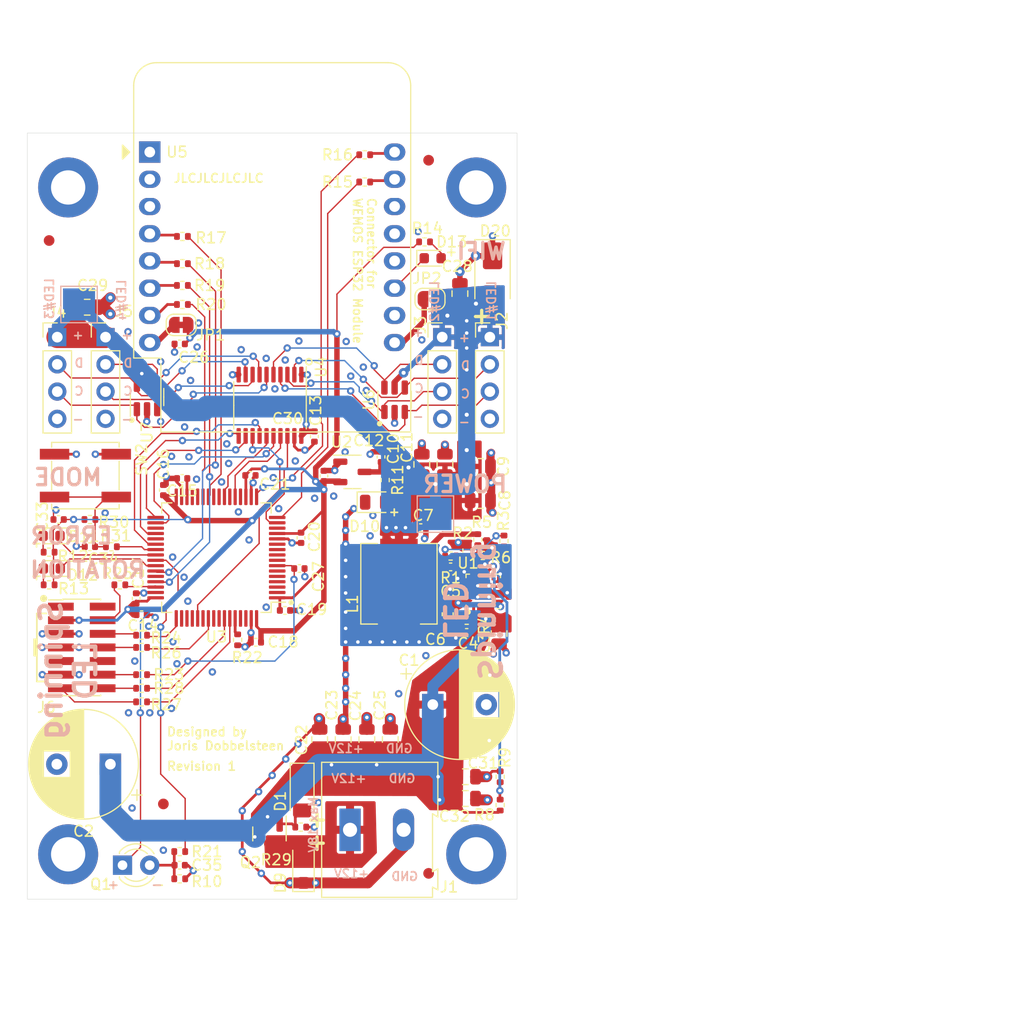
<source format=kicad_pcb>
(kicad_pcb (version 20221018) (generator pcbnew)
  (title_block (rev "1"))
  (layers (0 "F.Cu" signal "Front") (1 "In1.Cu" power) (2 "In2.Cu" power) (31 "B.Cu" signal "Back") (34 "B.Paste" user) (35 "F.Paste" user) (36 "B.SilkS" user "B.Silkscreen") (37 "F.SilkS" user "F.Silkscreen") (38 "B.Mask" user) (39 "F.Mask" user) (44 "Edge.Cuts" user))
  (net 0 "")
  (net 1 "BOOT0")
  (net 2 "+3.3V")
  (net 3 "GND")
  (net 4 "NRST")
  (net 5 "+12V")
  (net 6 "SMPS_EN")
  (net 7 "SWD_SWO")
  (net 8 "SWD_TCK")
  (net 9 "ROT_DETECT")
  (net 10 "Net-(U3-VCAP1)")
  (net 11 "SPI5_NSS")
  (net 12 "Net-(U5-CS{slash}D8)")
  (net 13 "Net-(D12-A)")
  (net 14 "SPI5_MISO")
  (net 15 "Net-(U5-MOSI{slash}D7)")
  (net 16 "SPI5_MOSI")
  (net 17 "Net-(U5-MISO{slash}D6)")
  (net 18 "SPI5_SCK")
  (net 19 "Net-(U5-SCK{slash}D5)")
  (net 20 "USART1_RX")
  (net 21 "Net-(U5-TX)")
  (net 22 "SWD_TMS")
  (net 23 "Net-(U5-RX)")
  (net 24 "USART1_TX")
  (net 25 "Net-(D13-A)")
  (net 26 "+5V")
  (net 27 "Net-(D10-A)")
  (net 28 "Net-(D11-A)")
  (net 29 "Net-(U1-FB)")
  (net 30 "Net-(U1-BST)")
  (net 31 "Net-(C6-Pad2)")
  (net 32 "/SMPS 5V 8A/VCC")
  (net 33 "Net-(U1-PGOOD)")
  (net 34 "Net-(U1-MODE)")
  (net 35 "Net-(D1-A)")
  (net 36 "USART2_TX")
  (net 37 "USART2_RX")
  (net 38 "LS3_D")
  (net 39 "LS3_C")
  (net 40 "LS4_D")
  (net 41 "LS4_C")
  (net 42 "LS1_D")
  (net 43 "LS1_C")
  (net 44 "LS2_D")
  (net 45 "LS2_C")
  (net 46 "SPI4_MOSI")
  (net 47 "SPI4_SCK")
  (net 48 "SPI3_MOSI")
  (net 49 "SPI3_SCK")
  (net 50 "SPI2_MOSI")
  (net 51 "SPI2_SCK")
  (net 52 "SPI1_MOSI")
  (net 53 "SPI1_SCK")
  (net 59 "ERROR_LED")
  (net 73 "ROTATION_LED")
  (net 87 "Net-(JP1-B)")
  (net 88 "Net-(JP2-B)")
  (net 89 "WIFI_STAT_LED")
  (net 97 "Net-(C34-Pad1)")
  (net 98 "Net-(J6-JTMS{slash}SWDIO)")
  (net 99 "Net-(J6-JCLK{slash}SWCLK)")
  (net 100 "Net-(J6-JTDO{slash}SWO)")
  (net 101 "Net-(J6-~{RST})")
  (net 102 "Net-(J6-VCP_RX)")
  (net 103 "Net-(J6-VCP_TX)")
  (net 104 "USER")
  (net 105 "Net-(Q1-E)")
  (net 106 "/SMPS 5V 8A/SW")
  (net 107 "/+12V_PIN")
  (footprint "Capacitor_SMD:C_0805_2012Metric" (layer "F.Cu") (at 143.7894 82.0014 90)
    (fp_text reference "C23")
    (fp_text value "22u")
  )
  (footprint "Fiducial:Fiducial_1mm_Mask2mm" (layer "F.Cu") (at 116.332 35.433)
    (fp_text reference "FID1" hide)
    (fp_text value "Fiducial")
  )
  (footprint "Capacitor_SMD:C_0402_1005Metric" (layer "F.Cu") (at 155.321 72.009 180)
    (fp_text reference "C4")
    (fp_text value "1u" hide)
  )
  (footprint "Capacitor_SMD:C_0805_2012Metric" (layer "F.Cu") (at 119.888 41.656)
    (fp_text reference "C29")
    (fp_text value "47u")
  )
  (footprint "Capacitor_SMD:C_0805_2012Metric" (layer "F.Cu") (at 156.591 56.515)
    (fp_text reference "C9")
    (fp_text value "47u")
  )
  (footprint "Capacitor_SMD:C_0805_2012Metric" (layer "F.Cu") (at 155.194 85.471)
    (fp_text reference "C31")
    (fp_text value "22u")
  )
  (footprint "Capacitor_SMD:C_0402_1005Metric" (layer "F.Cu") (at 135.636 72.9234 180)
    (fp_text reference "C18")
    (fp_text value "0.1u")
  )
  (footprint "Resistor_SMD:R_0402_1005Metric" (layer "F.Cu") (at 147.7065 57.785 -90)
    (fp_text reference "R11")
    (fp_text value "2.4k")
  )
  (footprint "Fiducial:Fiducial_1mm_Mask2mm" (layer "F.Cu") (at 127 88.011)
    (fp_text reference "FID3" hide)
    (fp_text value "Fiducial")
  )
  (footprint "Capacitor_SMD:C_0402_1005Metric" (layer "F.Cu") (at 151.031 62.23)
    (fp_text reference "C7")
    (fp_text value "0.1u")
  )
  (footprint "Resistor_SMD:R_0402_1005Metric" (layer "F.Cu") (at 133.9342 72.6948 -90)
    (fp_text reference "R22")
    (fp_text value "10k")
  )
  (footprint "MountingHole:MountingHole_3.2mm_M3_DIN965_Pad_TopBottom" (layer "F.Cu") (at 156.21 30.48)
    (fp_text reference "H4" hide)
    (fp_text value "M3 Hole")
  )
  (footprint "Capacitor_SMD:C_0402_1005Metric" (layer "F.Cu") (at 138.3538 69.9516)
    (fp_text reference "C19")
    (fp_text value "0.1u")
  )
  (footprint "Resistor_SMD:R_0402_1005Metric" (layer "F.Cu") (at 145.796 29.972 180)
    (fp_text reference "R15")
    (fp_text value "22R")
  )
  (footprint "Resistor_SMD:R_0402_1005Metric" (layer "F.Cu") (at 158.4452 85.471 90)
    (fp_text reference "R9")
    (fp_text value "51k")
  )
  (footprint "Package_TO_SOT_SMD:SOT-23-3" (layer "F.Cu") (at 144.6585 57.023)
    (fp_text reference "U2")
    (fp_text value "XC6206P332MR")
  )
  (footprint "Resistor_SMD:R_0402_1005Metric" (layer "F.Cu") (at 139.827 90.17)
    (fp_text reference "R29")
    (fp_text value "2K")
  )
  (footprint "TerminalBlock:TerminalBlock_Altech_AK300-2_P5.00mm" (layer "F.Cu") (at 144.428 90.424)
    (fp_text reference "J1")
    (fp_text value "Conn_01x02_Pin")
  )
  (footprint "Capacitor_SMD:C_0805_2012Metric" (layer "F.Cu") (at 153.289 56.322 90)
    (fp_text reference "C11")
    (fp_text value "47u")
  )
  (footprint "Jumper:SolderJumper-2_P1.3mm_Open_RoundedPad1.0x1.5mm" (layer "F.Cu") (at 151.892 40.894 180)
    (fp_text reference "JP2")
    (fp_text value "SolderJumper_2_Open")
  )
  (footprint "Resistor_SMD:R_0402_1005Metric" (layer "F.Cu") (at 122.936 67.564 180)
    (fp_text reference "R25")
    (fp_text value "22R")
  )
  (footprint "Capacitor_SMD:C_0402_1005Metric" (layer "F.Cu") (at 124.968 70.358)
    (fp_text reference "C14")
    (fp_text value "4.7u")
  )
  (footprint "Capacitor_THT:CP_Radial_D10.0mm_P5.00mm" (layer "F.Cu") (at 152.153323 78.74)
    (fp_text reference "C1")
    (fp_text value "470u")
  )
  (footprint "Resistor_SMD:R_0402_1005Metric" (layer "F.Cu") (at 156.8196 64.8208)
    (fp_text reference "R6")
    (fp_text value "27k 1%")
  )
  (footprint "Resistor_SMD:R_0402_1005Metric" (layer "F.Cu") (at 128.778 35.052 180)
    (fp_text reference "R17")
    (fp_text value "22R")
  )
  (footprint "Inductor_SMD:L_Sunlord_MWSA0603S" (layer "F.Cu") (at 148.994 67.4648 90)
    (fp_text reference "L1")
    (fp_text value "1.5u")
  )
  (footprint "Resistor_SMD:R_0402_1005Metric" (layer "F.Cu") (at 128.778 37.592 180)
    (fp_text reference "R18")
    (fp_text value "22R")
  )
  (footprint "Resistor_SMD:R_0402_1005Metric" (layer "F.Cu") (at 153.82 64.874)
    (fp_text reference "R1")
    (fp_text value "330k 1%")
  )
  (footprint "Capacitor_SMD:C_0805_2012Metric" (layer "F.Cu") (at 148.1836 81.9912 90)
    (fp_text reference "C25")
    (fp_text value "22u")
  )
  (footprint "Capacitor_SMD:C_0603_1608Metric" (layer "F.Cu") (at 153.543 70.3096 -90)
    (fp_text reference "C6")
    (fp_text value "4u7")
  )
  (footprint "Resistor_SMD:R_0402_1005Metric" (layer "F.Cu") (at 156.36 63.35 -90)
    (fp_text reference "R5")
    (fp_text value "200k 1%")
  )
  (footprint "Connector_PinHeader_2.54mm:PinHeader_1x04_P2.54mm_Vertical" (layer "F.Cu") (at 121.6 44.45)
    (fp_text reference "J5")
    (fp_text value "Conn_01x04")
  )
  (footprint "Resistor_SMD:R_0402_1005Metric" (layer "F.Cu") (at 158.4452 88.1126 90)
    (fp_text reference "R8")
    (fp_text value "200k")
  )
  (footprint "Capacitor_SMD:C_0805_2012Metric" (layer "F.Cu") (at 141.5922 82.0014 90)
    (fp_text reference "C22")
    (fp_text value "22u")
  )
  (footprint "Resistor_SMD:R_0402_1005Metric" (layer "F.Cu") (at 145.796 27.432)
    (fp_text reference "R16")
    (fp_text value "22R")
  )
  (footprint "Resistor_SMD:R_0402_1005Metric" (layer "F.Cu") (at 128.526 92.456)
    (fp_text reference "R21")
    (fp_text value "100R")
  )
  (footprint "Resistor_SMD:R_0402_1005Metric" (layer "F.Cu") (at 122.146 64.008 180)
    (fp_text reference "R31")
    (fp_text value "680R")
  )
  (footprint "Resistor_SMD:R_0402_1005Metric" (layer "F.Cu") (at 128.778 39.624 180)
    (fp_text reference "R19")
    (fp_text value "22R")
  )
  (footprint "Capacitor_SMD:C_0402_1005Metric" (layer "F.Cu") (at 141.986 57.404 90)
    (fp_text reference "C13")
    (fp_text value "1u")
  )
  (footprint "Package_TO_SOT_SMD:SOT-23-6" (layer "F.Cu") (at 125.476 50.038 90)
    (fp_text reference "U7")
    (fp_text value "SRV05-4")
  )
  (footprint "Capacitor_SMD:C_0402_1005Metric" (layer "F.Cu") (at 139.8524 63.1698 -90)
    (fp_text reference "C20")
    (fp_text value "0.1u")
  )
  (footprint "Capacitor_SMD:C_0402_1005Metric" (layer "F.Cu") (at 128.526 93.726 180)
    (fp_text reference "C35")
    (fp_text value "0.1u")
  )
  (footprint "MountingHole:MountingHole_3.2mm_M3_DIN965_Pad_TopBottom" (layer "F.Cu") (at 156.21 92.71)
    (fp_text reference "H2" hide)
    (fp_text value "M3 Hole")
  )
  (footprint "Capacitor_SMD:C_0402_1005Metric" (layer "F.Cu") (at 127 58.7248 -90)
    (fp_text reference "C16")
    (fp_text value "0.1u")
  )
  (footprint "Resistor_SMD:R_0402_1005Metric" (layer "F.Cu") (at 155.344 64.366 90)
    (fp_text reference "R2")
    (fp_text value "15k 1%")
  )
  (footprint "Package_QFP:LQFP-64_10x10mm_P0.5mm" (layer "F.Cu") (at 131.953 65.024 180)
    (fp_text reference "U3")
    (fp_text value "STM32F411R_C-E_Tx")
  )
  (footprint "Resistor_SMD:R_0402_1005Metric" (layer "F.Cu") (at 120.142 61.468)
    (fp_text reference "R30")
    (fp_text value "10k")
  )
  (footprint "Capacitor_SMD:C_0805_2012Metric" (layer "F.Cu") (at 145.9992 82.0014 90)
    (fp_text reference "C24")
    (fp_text value "22u")
  )
  (footprint "Package_SO:TSSOP-20_4.4x6.5mm_P0.65mm" (layer "F.Cu") (at 136.9568 50.8077 -90)
    (fp_text reference "U4")
    (fp_text value "74AHCT245PW")
  )
  (footprint "Module:WEMOS_D1_mini_light" (layer "F.Cu") (at 125.73 27.178)
    (fp_text reference "U5")
    (fp_text value "WeMos_D1_mini")
  )
  (footprint "Resistor_SMD:R_0402_1005Metric" (layer "F.Cu") (at 124.968 75.946 180)
    (fp_text reference "R23")
    (fp_text value "22R")
  )
  (footprint "Connector_PinHeader_2.54mm:PinHeader_1x04_P2.54mm_Vertical" (layer "F.Cu") (at 157.48 44.45)
    (fp_text reference "J2")
    (fp_text value "Conn_01x04")
  )
  (footprint "Button_Switch_SMD:SW_SPST_EVPBF" (layer "F.Cu") (at 119.72 57.372)
    (fp_text reference "SW2")
    (fp_text value "USER")
  )
  (footprint "Capacitor_SMD:C_0402_1005Metric" (layer "F.Cu") (at 153.82 65.89)
    (fp_text reference "C5")
    (fp_text value "1u")
  )
  (footprint "Capacitor_SMD:C_0402_1005Metric" (layer "F.Cu") (at 141.1022 53.721 -90)
    (fp_text reference "C30")
    (fp_text value "0.1u")
  )
  (footprint "Resistor_SMD:R_0402_1005Metric" (layer "F.Cu") (at 116.332 64.516 180)
    (fp_text reference "R12")
    (fp_text value "680R")
  )
  (footprint "Package_TO_SOT_SMD:SOT-23" (layer "F.Cu") (at 136.906 90.805 -90)
    (fp_text reference "Q2")
    (fp_text value "AO3401A")
  )
  (footprint "Resistor_SMD:R_0402_1005Metric" (layer "F.Cu") (at 151.384 35.56 180)
    (fp_text reference "R14")
    (fp_text value "680R")
  )
  (footprint "Connector_PinHeader_1.27mm:PinHeader_2x07_P1.27mm_Vertical_SMD" (layer "F.Cu") (at 119.38 73.406)
    (fp_text reference "J6")
    (fp_text value "Conn_ST_STDC14")
  )
  (footprint "Connector_PinHeader_2.54mm:PinHeader_1x04_P2.54mm_Vertical" (layer "F.Cu") (at 117.094 44.45)
    (fp_text reference "J4")
    (fp_text value "Conn_01x04")
  )
  (footprint "LED_THT:LED_D3.0mm_Clear" (layer "F.Cu") (at 123.185 93.726)
    (fp_text reference "Q1")
    (fp_text value "INL-3APT30")
  )
  (footprint "Package_DFN_QFN:VQFN-20-1EP_3x3mm_P0.45mm_EP1.55x1.55mm_ThermalVias" (layer "F.Cu") (at 156.868 68.176 90)
    (fp_text reference "U1")
    (fp_text value "TPS51396ARJER")
  )
  (footprint "LED_SMD:LED_0603_1608Metric" (layer "F.Cu") (at 116.5605 62.992 180)
    (fp_text reference "D11")
    (fp_text value "RED LED")
  )
  (footprint "Resistor_SMD:R_0402_1005Metric" (layer "F.Cu") (at 155.323 70.866 180)
    (fp_text reference "R4")
    (fp_text value "0R")
  )
  (footprint "Capacitor_SMD:C_0402_1005Metric" (layer "F.Cu") (at 128.524 45.085 180)
    (fp_text reference "C26")
    (fp_text value "4.7u")
  )
  (footprint "Resistor_SMD:R_0402_1005Metric" (layer "F.Cu") (at 128.526 94.996)
    (fp_text reference "R10")
    (fp_text value "2K")
  )
  (footprint "Capacitor_SMD:C_0805_2012Metric" (layer "F.Cu") (at 156.591 59.69)
    (fp_text reference "C8")
    (fp_text value "47u")
  )
  (footprint "Fiducial:Fiducial_1mm_Mask2mm" (layer "F.Cu") (at 151.765 94.488)
    (fp_text reference "FID4" hide)
    (fp_text value "Fiducial")
  )
  (footprint "Resistor_SMD:R_0402_1005Metric" (layer "F.Cu") (at 124.968 77.216)
    (fp_text reference "R28")
    (fp_text value "100R")
  )
  (footprint "Resistor_SMD:R_0402_1005Metric" (layer "F.Cu") (at 124.968 72.263 180)
    (fp_text reference "R24")
    (fp_text value "22R")
  )
  (footprint "Resistor_SMD:R_0402_1005Metric" (layer "F.Cu") (at 158.8008 63.4726 -90)
    (fp_text reference "R3")
    (fp_text value "100k")
  )
  (footprint "Resistor_SMD:R_0402_1005Metric" (layer "F.Cu") (at 116.332 67.564)
    (fp_text reference "R13")
    (fp_text value "1.5k")
  )
  (footprint "Diode_SMD:D_SOD-123F" (layer "F.Cu") (at 140.081 93.98 90)
    (fp_text reference "D9")
    (fp_text value "SMF30CA")
  )
  (footprint "Resistor_SMD:R_0402_1005Metric" (layer "F.Cu") (at 124.968 73.406 180)
    (fp_text reference "R26")
    (fp_text value "22R")
  )
  (footprint "Package_TO_SOT_SMD:SOT-23-6" (layer "F.Cu") (at 148.59 50.292 90)
    (fp_text reference "U6")
    (fp_text value "SRV05-4")
  )
  (footprint "Fiducial:Fiducial_1mm_Mask2mm" (layer "F.Cu") (at 151.765 27.94)
    (fp_text reference "FID2" hide)
    (fp_text value "Fiducial")
  )
  (footprint "Capacitor_SMD:C_0402_1005Metric" (layer "F.Cu") (at 147.32 55.626 90)
    (fp_text reference "C12")
    (fp_text value "1u")
  )
  (footprint "Capacitor_SMD:C_0805_2012Metric" (layer "F.Cu") (at 158.3436 72.1106 -90)
    (fp_text reference "C3")
    (fp_text value "22u")
  )
  (footprint "LED_SMD:LED_0603_1608Metric" (layer "F.Cu") (at 152.146 37.084)
    (fp_text reference "D13")
    (fp_text value "BLUE LED")
  )
  (footprint "Capacitor_SMD:C_0805_2012Metric" (layer "F.Cu") (at 151.13 56.322 90)
    (fp_text reference "C10")
    (fp_text value "47u")
  )
  (footprint "Capacitor_THT:CP_Radial_D10.0mm_P5.00mm" (layer "F.Cu") (at 122.052477 84.3026 180)
    (fp_text reference "C2")
    (fp_text value "470u")
  )
  (footprint "Capacitor_SMD:C_0402_1005Metric" (layer "F.Cu") (at 117.221 61.468 180)
    (fp_text reference "C33")
    (fp_text value "1u")
  )
  (footprint "Capacitor_SMD:C_0805_2012Metric" (layer "F.Cu") (at 154.686 40.386 90)
    (fp_text reference "C28")
    (fp_text value "47u")
  )
  (footprint "Resistor_SMD:R_0402_1005Metric" (layer "F.Cu") (at 124.968 78.486)
    (fp_text reference "R27")
    (fp_text value "100R")
  )
  (footprint "Jumper:SolderJumper-2_P1.3mm_Bridged_RoundedPad1.0x1.5mm" (layer "F.Cu") (at 128.666 43.307 180)
    (fp_text reference "JP1")
    (fp_text value "SolderJumper_2_Bridged")
  )
  (footprint "Diode_SMD:D_SMA" (layer "F.Cu") (at 157.734 38.862 -90)
    (fp_text reference "D20")
    (fp_text value "SMAJ5.0A")
  )
  (footprint "Capacitor_SMD:C_0402_1005Metric" (layer "F.Cu") (at 139.7 66.04)
    (fp_text reference "C27")
    (fp_text value "0.1u")
  )
  (footprint "Capacitor_SMD:C_0805_2012Metric" (layer "F.Cu") (at 155.194 87.503)
    (fp_text reference "C32")
    (fp_text value "22u")
  )
  (footprint "Capacitor_SMD:C_0402_1005Metric" (layer "F.Cu") (at 124.46 68.834 90)
    (fp_text reference "C17")
    (fp_text value "0.1u")
  )
  (footprint "LED_SMD:LED_0805_2012Metric" (layer "F.Cu") (at 146.7795 59.852)
    (fp_text reference "D10")
    (fp_text value "GREEN LED")
  )
  (footprint "LED_SMD:LED_0603_1608Metric" (layer "F.Cu") (at 116.586 66.04 180)
    (fp_text reference "D12")
    (fp_text value "YELLOW LED")
  )
  (footprint "Capacitor_SMD:C_0402_1005Metric" (layer "F.Cu") (at 135.128 57.3532)
    (fp_text reference "C21")
    (fp_text value "0.1u")
  )
  (footprint "Capacitor_SMD:C_0402_1005Metric" (layer "F.Cu") (at 120.142 64.008 180)
    (fp_text reference "C34")
    (fp_text value "0.1u")
  )
  (footprint "Capacitor_SMD:C_0402_1005Metric" (layer "F.Cu") (at 128.7526 57.6326 180)
    (fp_text reference "C15")
    (fp_text value "4.7u")
  )
  (footprint "MountingHole:MountingHole_3.2mm_M3_DIN965_Pad_TopBottom" (layer "F.Cu") (at 118.11 92.71)
    (fp_text reference "H1" hide)
    (fp_text value "M3 Hole")
  )
  (footprint "MountingHole:MountingHole_3.2mm_M3_DIN965_Pad_TopBottom" (layer "F.Cu") (at 118.11 30.48)
    (fp_text reference "H3" hide)
    (fp_text value "M3 Hole")
  )
  (footprint "Connector_PinHeader_2.54mm:PinHeader_1x04_P2.54mm_Vertical" (layer "F.Cu") (at 153.035 44.45)
    (fp_text reference "J3")
    (fp_text value "Conn_01x04")
  )
  (footprint "Diode_SMD:D_MiniMELF" (layer "F.Cu") (at 139.954 86.868 -90)
    (fp_text reference "D1")
    (fp_text value "ZMM5V6-M")
  )
  (footprint "Resistor_SMD:R_0402_1005Metric" (layer "F.Cu") (at 128.778 41.402 180)
    (fp_text reference "R20")
    (fp_text value "22R")
  )
  (footprint "TestPoint:TestPoint_Pad_3.0x3.0mm" (layer "B.Cu") (at 119.126 41.402 180)
    (fp_text reference "TP2" hide)
    (fp_text value "VCC")
  )
  (footprint "TestPoint:TestPoint_Pad_3.0x3.0mm" (layer "B.Cu") (at 152.4 60.96 180)
    (fp_text reference "TP1" hide)
    (fp_text value "VCC")
  )
  (gr_line (start 115.189 76.581) (end 116.078 76.581) (stroke (width 0.1524)) (layer "F.SilkS"))
  (gr_circle (center 138.938 69.215) (end 139.117605 69.215) (stroke (width 0.1524)) (fill solid) (layer "F.SilkS"))
  (gr_circle (center 155.448 70.104) (end 155.627605 70.104) (stroke (width 0.1524)) (fill solid) (layer "F.SilkS"))
  (gr_circle (center 147.193 52.525395) (end 147.372605 52.525395) (stroke (width 0.1524)) (fill solid) (layer "F.SilkS"))
  (gr_circle (center 124.04902 52.197) (end 124.228625 52.197) (stroke (width 0.1524)) (fill solid) (layer "F.SilkS"))
  (gr_circle (center 115.824 68.834) (end 116.078 68.834) (stroke (width 0.1524)) (fill solid) (layer "F.SilkS"))
  (gr_line (start 115.189 70.231) (end 115.189 76.581) (stroke (width 0.1524)) (layer "F.SilkS"))
  (gr_rect (start 114.935 72.644) (end 115.189 74.168) (stroke (width 0.1524)) (fill solid) (layer "F.SilkS"))
  (gr_line (start 116.078 70.231) (end 115.189 70.231) (stroke (width 0.1524)) (layer "F.SilkS"))
  (gr_circle (center 140.589 46.736) (end 140.716 46.99) (stroke (width 0.1524)) (fill none) (layer "F.SilkS"))
  (gr_rect locked (start 114.3 25.4) (end 160.02 96.901) (stroke (width 0.0381)) (fill none) (layer "Edge.Cuts"))
  (gr_text "LED#3" (at 116.84 38.862 90) (layer "B.SilkS") (effects (font (size 0.8128 0.8128) (thickness 0.1524) bold) (justify left bottom mirror)))
  (gr_text "LED#4" (at 123.571 38.989 90) (layer "B.SilkS") (effects (font (size 0.8128 0.8128) (thickness 0.1524) bold) (justify left bottom mirror)))
  (gr_text "Max 18V" (at 141.478 87.249 90) (layer "B.SilkS") (effects (font (size 0.8128 0.8128) (thickness 0.1524) bold) (justify left bottom mirror)))
  (gr_text "+\n\nD\n\nC\n\n-" (at 124.206 52.578) (layer "B.SilkS") (effects (font (size 0.8128 0.8128) (thickness 0.1524) bold) (justify left bottom mirror)))
  (gr_text "GND" (at 150.368 83.312) (layer "B.SilkS") (effects (font (size 0.8128 0.8128) (thickness 0.1524) bold) (justify left bottom mirror)))
  (gr_text "+12V" (at 145.796 83.312) (layer "B.SilkS") (effects (font (size 0.8128 0.8128) (thickness 0.1524) bold) (justify left bottom mirror)))
  (gr_text "+12V" (at 146.304 94.996) (layer "B.SilkS") (effects (font (size 0.8128 0.8128) (thickness 0.1524) bold) (justify left bottom mirror)))
  (gr_text "Spinning\nLED" (at 153.035 69.977 -90) (layer "B.SilkS") (effects (font (size 2 2) (thickness 0.4) bold) (justify bottom mirror)))
  (gr_text "POWER" (at 159.258 59.055) (layer "B.SilkS") (effects (font (size 1.524 1.524) (thickness 0.3048) bold) (justify left bottom mirror)))
  (gr_text "ERROR" (at 122.4025 63.881) (layer "B.SilkS") (effects (font (size 1.524 1.524) (thickness 0.3048) bold) (justify left bottom mirror)))
  (gr_text "ROTATION" (at 125.476 67.056) (layer "B.SilkS") (effects (font (size 1.524 1.524) (thickness 0.3048) bold) (justify left bottom mirror)))
  (gr_text "+\n\nD\n\nC\n\n-" (at 155.702 52.832) (layer "B.SilkS") (effects (font (size 0.8128 0.8128) (thickness 0.1524) bold) (justify left bottom mirror)))
  (gr_text "+" (at 122.936 96.012) (layer "B.SilkS") (effects (font (size 0.8128 0.8128) (thickness 0.1524) bold) (justify left bottom mirror)))
  (gr_text "MODE" (at 121.412 58.42) (layer "B.SilkS") (effects (font (size 1.524 1.524) (thickness 0.3048) bold) (justify left bottom mirror)))
  (gr_text "LED#2" (at 152.781 39.116 90) (layer "B.SilkS") (effects (font (size 0.8128 0.8128) (thickness 0.1524) bold) (justify left bottom mirror)))
  (gr_text "GND" (at 150.622 86.106) (layer "B.SilkS") (effects (font (size 0.8128 0.8128) (thickness 0.1524) bold) (justify left bottom mirror)))
  (gr_text "GND" (at 150.876 95.25) (layer "B.SilkS") (effects (font (size 0.8128 0.8128) (thickness 0.1524) bold) (justify left bottom mirror)))
  (gr_text "+\n\nD\n\nC\n\n-" (at 151.384 52.324) (layer "B.SilkS") (effects (font (size 0.8128 0.8128) (thickness 0.1524) bold) (justify left bottom mirror)))
  (gr_text "WIFI" (at 159.131 37.338) (layer "B.SilkS") (effects (font (size 1.524 1.524) (thickness 0.3048) bold) (justify left bottom mirror)))
  (gr_text "-" (at 127 96.012) (layer "B.SilkS") (effects (font (size 0.8128 0.8128) (thickness 0.1524) bold) (justify left bottom mirror)))
  (gr_text "+\n\nD\n\nC\n\n-" (at 119.634 52.578) (layer "B.SilkS") (effects (font (size 0.8128 0.8128) (thickness 0.1524) bold) (justify left bottom mirror)))
  (gr_text "LED#1" (at 158.115 39.116 90) (layer "B.SilkS") (effects (font (size 0.8128 0.8128) (thickness 0.1524) bold) (justify left bottom mirror)))
  (gr_text "Spinning\nLED" (at 120.904 75.565 90) (layer "B.SilkS") (effects (font (size 2 2) (thickness 0.4) bold) (justify bottom mirror)))
  (gr_text "+12V" (at 146.05 86.106) (layer "B.SilkS") (effects (font (size 0.8128 0.8128) (thickness 0.1524) bold) (justify left bottom mirror)))
  (gr_text "+" (at 140.208 92.456) (layer "F.SilkS") (effects (font (size 1.524 1.524) (thickness 0.3048) bold) (justify left bottom)))
  (gr_text "+" (at 140.208 90.297) (layer "F.SilkS") (effects (font (size 1.524 1.524) (thickness 0.3048) bold) (justify left bottom)))
  (gr_text "JLCJLCJLCJLC" (at 127.889 30.099) (layer "F.SilkS") (effects (font (size 0.8128 0.8128) (thickness 0.1524) bold) (justify left bottom)))
  (gr_text "-" (at 125.984 96.012) (layer "F.SilkS") (effects (font (size 0.8128 0.8128) (thickness 0.1524) bold) (justify left bottom)))
  (gr_text "Connector for\nWEMOS ESP32 Module" (at 144.653 31.369 270) (layer "F.SilkS") (effects (font (size 0.8128 0.8128) (thickness 0.15) bold) (justify left bottom)))
  (gr_text "+" (at 155.575 43.307) (layer "F.SilkS") (effects (font (size 1.524 1.524) (thickness 0.3048) bold) (justify left bottom)))
  (gr_text "Designed by\nJoris Dobbelsteen" (at 127.254 83.058) (layer "F.SilkS") (effects (font (size 0.8128 0.8128) (thickness 0.1524) bold) (justify left bottom)))
  (gr_text "+" (at 114.554 67.183) (layer "F.SilkS") (effects (font (size 0.8128 0.8128) (thickness 0.1524) bold) (justify left bottom)))
  (gr_text "+" (at 147.955 61.214) (layer "F.SilkS") (effects (font (size 0.8128 0.8128) (thickness 0.1524) bold) (justify left bottom)))
  (gr_text "Revision 1" (at 127.254 84.963) (layer "F.SilkS") (effects (font (size 0.8128 0.8128) (thickness 0.1524) bold) (justify left bottom)))
  (gr_text "+" (at 153.289 36.957) (layer "F.SilkS") (effects (font (size 0.8128 0.8128) (thickness 0.1524) bold) (justify left bottom)))
  (gr_text "+" (at 114.554 64.135) (layer "F.SilkS") (effects (font (size 0.8128 0.8128) (thickness 0.1524) bold) (justify left bottom)))
  (gr_text "+" (at 122.936 96.012) (layer "F.SilkS") (effects (font (size 0.8128 0.8128) (thickness 0.1524) bold) (justify left bottom mirror)))
  (segment (start 133.703 70.699) (end 133.703 71.9536) (width 0.254) (layer "F.Cu") (net 1))
  (segment (start 133.703 71.9536) (end 133.9342 72.1848) (width 0.254) (layer "F.Cu") (net 1))
  (segment (start 125.476 69.088) (end 124.488 69.088) (width 0.254) (layer "F.Cu") (net 2))
  (segment (start 135.703 71.441) (end 135.703 70.699) (width 0.254) (layer "F.Cu") (net 2))
  (segment (start 129.3648 61.5696) (end 135.2804 61.5696) (width 0.508) (layer "F.Cu") (net 2))
  (segment (start 129.316 44.353) (end 129.316 43.307) (width 0.254) (layer "F.Cu") (net 2))
  (segment (start 134.703 59.349) (end 134.703 57.4082) (width 0.254) (layer "F.Cu") (net 2))
  (segment (start 116.7455 67.4675) (end 116.842 67.564) (width 0.127) (layer "F.Cu") (net 2))
  (segment (start 126.278 68.774) (end 125.79 68.774) (width 0.254) (layer "F.Cu") (net 2))
  (segment (start 139.7682 62.774) (end 139.8524 62.6898) (width 0.254) (layer "F.Cu") (net 2))
  (segment (start 124.234 69.314) (end 123.698 69.85) (width 0.508) (layer "F.Cu") (net 2))
  (segment (start 136.116 72.9234) (end 136.116 71.854) (width 0.508) (layer "F.Cu") (net 2))
  (segment (start 134.703 57.4082) (end 134.648 57.3532) (width 0.254) (layer "F.Cu") (net 2))
  (segment (start 141.603 56.263) (end 141.600195 56.263) (width 0.508) (layer "F.Cu") (net 2))
  (segment (start 137.628 68.774) (end 139.080145 68.774) (width 0.254) (layer "F.Cu") (net 2))
  (segment (start 129.4765 44.5135) (end 129.4765 44.6125) (width 0.254) (layer "F.Cu") (net 2))
  (segment (start 124.46 69.314) (end 124.234 69.314) (width 0.508) (layer "F.Cu") (net 2))
  (segment (start 129.4765 44.5135) (end 129.316 44.353) (width 0.254) (layer "F.Cu") (net 2))
  (segment (start 128.203 60.4078) (end 128.203 59.349) (width 0.254) (layer "F.Cu") (net 2))
  (segment (start 128.0588 59.2048) (end 128.203 59.349) (width 0.254) (layer "F.Cu") (net 2))
  (segment (start 127.2032 59.2048) (end 128.0588 59.2048) (width 0.254) (layer "F.Cu") (net 2))
  (segment (start 118.618 61.468) (end 117.701 61.468) (width 0.127) (layer "F.Cu") (net 2))
  (segment (start 124.488 70.358) (end 124.206 70.358) (width 0.508) (layer "F.Cu") (net 2))
  (segment (start 141.986 65.868145) (end 141.986 69.088) (width 0.508) (layer "F.Cu") (net 2))
  (segment (start 136.116 71.854) (end 135.703 71.441) (width 0.254) (layer "F.Cu") (net 2))
  (segment (start 116.7455 64.6125) (end 116.7455 67.4675) (width 0.127) (layer "F.Cu") (net 2))
  (segment (start 124.8664 92.0446) (end 123.185 93.726) (width 0.127) (layer "F.Cu") (net 2))
  (segment (start 124.488 69.088) (end 124.46 69.06) (width 0.254) (layer "F.Cu") (net 2))
  (segment (start 137.8738 68.774) (end 137.8738 69.9516) (width 0.254) (layer "F.Cu") (net 2))
  (segment (start 139.080145 68.774) (end 137.8738 68.774) (width 0.254) (layer "F.Cu") (net 2))
  (segment (start 141.986 69.088) (end 139.22 71.854) (width 0.508) (layer "F.Cu") (net 2))
  (segment (start 119.126 70.866) (end 117.43 70.866) (width 0.254) (layer "F.Cu") (net 2))
  (segment (start 147.574 36.068) (end 150.366 36.068) (width 0.127) (layer "F.Cu") (net 2))
  (segment (start 141.224 56.639195) (end 141.224 57.912) (width 0.508) (layer "F.Cu") (net 2))
  (segment (start 116.72 62.449) (end 116.72 64.394) (width 0.127) (layer "F.Cu") (net 2))
  (segment (start 141.600195 56.263) (end 141.224 56.639195) (width 0.508) (layer "F.Cu") (net 2))
  (segment (start 141.986 60.5562) (end 141.986 57.884) (width 0.508) (layer "F.Cu") (net 2))
  (segment (start 136.4488 56.7436) (end 135.2576 56.7436) (width 0.254) (layer "F.Cu") (net 2))
  (segment (start 119.632 61.468) (end 118.618 61.468) (width 0.127) (layer "F.Cu") (net 2))
  (segment (start 129.4765 44.6125) (end 129.004 45.085) (width 0.254) (layer "F.Cu") (net 2))
  (segment (start 141.224 57.912) (end 141.958 57.912) (width 0.254) (layer "F.Cu") (net 2))
  (segment (start 124.841 79.502) (end 124.8664 79.5274) (width 0.127) (layer "F.Cu") (net 2))
  (segment (start 135.2576 56.7436) (end 134.648 57.3532) (width 0.254) (layer "F.Cu") (net 2))
  (segment (start 139.22 71.854) (end 136.116 71.854) (width 0.508) (layer "F.Cu") (net 2))
  (segment (start 143.2052 44.1452) (end 143.2052 54.6608) (width 0.508) (layer "F.Cu") (net 2))
  (segment (start 141.958 57.912) (end 141.986 57.884) (width 0.254) (layer "F.Cu") (net 2))
  (segment (start 129.2746 61.4794) (end 129.3648 61.5696) (width 0.508) (layer "F.Cu") (net 2))
  (segment (start 150.366 36.068) (end 150.874 35.56) (width 0.127) (layer "F.Cu") (net 2))
  (segment (start 117.701 61.468) (end 116.72 62.449) (width 0.127) (layer "F.Cu") (net 2))
  (segment (start 116.72 64.394) (end 116.842 64.516) (width 0.127) (layer "F.Cu") (net 2))
  (segment (start 139.8524 62.6898) (end 141.986 60.5562) (width 0.254) (layer "F.Cu") (net 2))
  (segment (start 143.2052 40.4368) (end 147.574 36.068) (width 0.127) (layer "F.Cu") (net 2))
  (segment (start 137.628 62.774) (end 139.7682 62.774) (width 0.254) (layer "F.Cu") (net 2))
  (segment (start 116.842 64.516) (end 116.7455 64.6125) (width 0.127) (layer "F.Cu") (net 2))
  (segment (start 129.2746 61.4794) (end 127 59.2048) (width 0.508) (layer "F.Cu") (net 2))
  (segment (start 125.79 68.774) (end 125.476 69.088) (width 0.254) (layer "F.Cu") (net 2))
  (segment (start 124.206 70.358) (end 123.698 69.85) (width 0.508) (layer "F.Cu") (net 2))
  (segment (start 143.2052 44.1452) (end 143.2052 40.4368) (width 0.127) (layer "F.Cu") (net 2))
  (segment (start 139.080145 68.774) (end 141.986 65.868145) (width 0.254) (layer "F.Cu") (net 2))
  (segment (start 143.2052 54.6608) (end 141.603 56.263) (width 0.508) (layer "F.Cu") (net 2))
  (segment (start 141.986 57.884) (end 143.432 57.884) (width 0.508) (layer "F.Cu") (net 2))
  (segment (start 124.8664 79.5274) (end 124.8664 92.0446) (width 0.127) (layer "F.Cu") (net 2))
  (segment (start 143.432 57.884) (end 143.521 57.973) (width 0.508) (layer "F.Cu") (net 2))
  (segment (start 129.2746 61.4794) (end 128.203 60.4078) (width 0.254) (layer "F.Cu") (net 2))
  (segment (start 141.986 65.868145) (end 141.986 60.5562) (width 0.508) (layer "F.Cu") (net 2))
  (via (at 118.618 61.468) (size 0.6858) (drill 0.3302) (layers "F.Cu" "B.Cu") (net 2))
  (via (at 129.4765 44.5135) (size 0.6858) (drill 0.3302) (layers "F.Cu" "B.Cu") (net 2))
  (via (at 123.698 69.85) (size 0.6858) (drill 0.3302) (layers "F.Cu" "B.Cu") (net 2))
  (via (at 129.2746 61.4794) (size 0.6858) (drill 0.3302) (layers "F.Cu" "B.Cu") (net 2))
  (via (at 143.2052 44.1452) (size 0.6858) (drill 0.3302) (layers "F.Cu" "B.Cu") (net 2))
  (via (at 124.841 79.502) (size 0.6858) (drill 0.3302) (layers "F.Cu" "B.Cu") (net 2))
  (via (at 141.224 57.912) (size 0.6858) (drill 0.3302) (layers "F.Cu" "B.Cu") (net 2))
  (via (at 119.126 70.866) (size 0.6858) (drill 0.3302) (layers "F.Cu" "B.Cu") (net 2))
  (via (at 141.986 58.674) (size 0.6858) (drill 0.3302) (layers "F.Cu" "B.Cu") (net 2))
  (via (at 136.4488 56.7436) (size 0.6858) (drill 0.3302) (layers "F.Cu" "B.Cu") (net 2))
  (via (at 135.2804 61.5696) (size 0.6858) (drill 0.3302) (layers "F.Cu" "B.Cu") (net 2))
  (segment (start 135.2804 61.5696) (end 138.176 58.674) (width 0.508) (layer "B.Cu") (net 2))
  (segment (start 136.4488 56.7436) (end 140.0556 56.7436) (width 0.254) (layer "B.Cu") (net 2))
  (segment (start 143.2052 44.1452) (end 143.1544 44.196) (width 0.254) (layer "B.Cu") (net 2))
  (segment (start 127 69.85) (end 123.698 69.85) (width 0.508) (layer "B.Cu") (net 2))
  (segment (start 129.2632 61.468) (end 118.618 61.468) (width 0.127) (layer "B.Cu") (net 2))
  (segment (start 142.9004 43.942) (end 130.048 43.942) (width 0.508) (layer "B.Cu") (net 2))
  (segment (start 123.698 69.85) (end 122.682 70.866) (width 0.254) (layer "B.Cu") (net 2))
  (segment (start 143.1544 44.196) (end 142.9004 43.942) (width 0.508) (layer "B.Cu") (net 2))
  (segment (start 125.97625 69.85) (end 124.8664 70.95985) (width 0.127) (layer "B.Cu") (net 2))
  (segment (start 124.8664 70.95985) (end 124.8664 79.4766) (width 0.127) (layer "B.Cu") (net 2))
  (segment (start 129.2746 61.4794) (end 129.2632 61.468) (width 0.127) (layer "B.Cu") (net 2))
  (segment (start 130.048 43.942) (end 129.4765 44.5135) (width 0.508) (layer "B.Cu") (net 2))
  (segment (start 124.8664 79.4766) (end 124.841 79.502) (width 0.127) (layer "B.Cu") (net 2))
  (segment (start 138.176 58.674) (end 141.986 58.674) (width 0.508) (layer "B.Cu") (net 2))
  (segment (start 140.0556 56.7436) (end 141.224 57.912) (width 0.254) (layer "B.Cu") (net 2))
  (segment (start 127 69.85) (end 125.97625 69.85) (width 0.127) (layer "B.Cu") (net 2))
  (segment (start 141.986 58.674) (end 141.224 57.912) (width 0.508) (layer "B.Cu") (net 2))
  (segment (start 135.2804 61.5696) (end 127 69.85) (width 0.508) (layer "B.Cu") (net 2))
  (segment (start 122.682 70.866) (end 119.126 70.866) (width 0.254) (layer "B.Cu") (net 2))
  (segment (start 138.43 83.566) (end 139.573 82.423) (width 0.254) (layer "F.Cu") (net 3))
  (segment (start 157.6832 64.1096) (end 157.378 64.4148) (width 0.254) (layer "F.Cu") (net 3))
  (segment (start 153.289 55.372) (end 153.289 54.483) (width 0.762) (layer "F.Cu") (net 3))
  (segment (start 157.810923 73.593277) (end 158.3436 73.0606) (width 0.508) (layer "F.Cu") (net 3))
  (segment (start 151.511 62.23) (end 151.511 63.119) (width 0.508) (layer "F.Cu") (net 3))
  (segment (start 151.13 55.372) (end 151.13 54.356) (width 0.762) (layer "F.Cu") (net 3))
  (segment (start 128.044 45.847) (end 128.044 45.085) (width 0.254) (layer "F.Cu") (net 3))
  (segment (start 155.418 68.176) (end 156.868 68.176) (width 0.254) (layer "F.Cu") (net 3))
  (segment (start 117.43 72.136) (end 115.697 72.136) (width 0.254) (layer "F.Cu") (net 3))
  (segment (start 138.814 95.38) (end 138.811 95.377) (width 1.016) (layer "F.Cu") (net 3))
  (segment (start 143.002 56.896) (end 143.002 56.592) (width 0.508) (layer "F.Cu") (net 3))
  (segment (start 157.318 68.626) (end 156.868 68.176) (width 0.254) (layer "F.Cu") (net 3))
  (segment (start 140.4672 54.991) (end 141.1022 54.356) (width 0.254) (layer "F.Cu") (net 3))
  (segment (start 157.734 36.862) (end 157.734 35.0012) (width 0.508) (layer "F.Cu") (net 3))
  (segment (start 157.541 56.515) (end 157.541 55.311) (width 0.762) (layer "F.Cu") (net 3))
  (segment (start 125.448 70.358) (end 125.984 70.358) (width 0.254) (layer "F.Cu") (net 3))
  (segment (start 133.4668 47.9452) (end 133.4568 47.9552) (width 0.508) (layer "F.Cu") (net 3))
  (segment (start 135.203 72.0102) (end 135.1788 72.0344) (width 0.254) (layer "F.Cu") (net 3))
  (segment (start 141.224 95.38) (end 140.081 95.38) (width 1.016) (layer "F.Cu") (net 3))
  (segment (start 156.868 66.726) (end 156.868 68.176) (width 0.254) (layer "F.Cu") (net 3))
  (segment (start 159.004 73.721) (end 158.3436 73.0606) (width 0.508) (layer "F.Cu") (net 3))
  (segment (start 158.318 68.176) (end 156.868 68.176) (width 0.254) (layer "F.Cu") (net 3))
  (segment (start 141.5922 80.0988) (end 141.5288 80.0354) (width 1.016) (layer "F.Cu") (net 3))
  (segment (start 128.703 59.349) (end 128.703 58.4212) (width 0.254) (layer "F.Cu") (net 3))
  (segment (start 156.144 85.471) (end 157.2006 85.471) (width 1.016) (layer "F.Cu") (net 3))
  (segment (start 144.018 65.278) (end 144.018 75.946) (width 0.508) (layer "F.Cu") (net 3))
  (segment (start 155.418 67.276) (end 154.779438 67.276) (width 0.254) (layer "F.Cu") (net 3))
  (segment (start 157.607 59.624) (end 157.541 59.69) (width 0.762) (layer "F.Cu") (net 3))
  (segment (start 135.89 86.868) (end 135.89 86.614) (width 0.254) (layer "F.Cu") (net 3))
  (segment (start 118.9228 64.008) (end 119.662 64.008) (width 0.127) (layer "F.Cu") (net 3))
  (segment (start 117.43 75.946) (end 119.126 75.946) (width 0.254) (layer "F.Cu") (net 3))
  (segment (start 144.78 60.452) (end 144.018 61.214) (width 0.508) (layer "F.Cu") (net 3))
  (segment (start 149.428 92.037) (end 149.428 90.424) (width 1.016) (layer "F.Cu") (net 3))
  (segment (start 139.0142 63.6524) (end 139.8498 63.6524) (width 0.254) (layer "F.Cu") (net 3))
  (segment (start 118.872 63.9572) (end 118.9228 64.008) (width 0.127) (layer "F.Cu") (net 3))
  (segment (start 138.43 83.82) (end 138.43 83.566) (width 0.254) (layer "F.Cu") (net 3))
  (segment (start 140.081 95.38) (end 138.814 95.38) (width 1.016) (layer "F.Cu") (net 3))
  (segment (start 121.412 41.656) (end 122.047 42.291) (width 1.016) (layer "F.Cu") (net 3))
  (segment (start 125.17 68.326) (end 124.488 68.326) (width 0.254) (layer "F.Cu") (net 3))
  (segment (start 154.686 38.3286) (end 156.1592 36.8554) (width 0.508) (layer "F.Cu") (net 3))
  (segment (start 117.43 72.136) (end 119.126 72.136) (width 0.254) (layer "F.Cu") (net 3))
  (segment (start 139.573 82.3341) (end 141.5288 80.3783) (width 0.254) (layer "F.Cu") (net 3))
  (segment (start 157.7106 84.961) (end 157.2006 85.471) (width 0.254) (layer "F.Cu") (net 3))
  (segment (start 134.0318 47.9452) (end 133.4668 47.9452) (width 0.508) (layer "F.Cu") (net 3))
  (segment (start 135.1788 72.0344) (end 135.1788 72.9006) (width 0.508) (layer "F.Cu") (net 3))
  (segment (start 158.4452 66.5504) (end 158.4452 67.1488) (width 0.254) (layer "F.Cu") (net 3))
  (segment (start 128.2426 57.9608) (end 128.2426 57.6326) (width 0.254) (layer "F.Cu") (net 3))
  (segment (start 116.741 61.468) (end 116.741 60.805) (width 0.127) (layer "F.Cu") (net 3))
  (segment (start 139.8498 63.6524) (end 139.8524 63.6498) (width 0.254) (layer "F.Cu") (net 3))
  (segment (start 158.4452 67.1488) (end 158.318 67.276) (width 0.254) (layer "F.Cu") (net 3))
  (segment (start 128.703 58.4212) (end 128.2426 57.9608) (width 0.254) (layer "F.Cu") (net 3))
  (segment (start 135.3794 57.5818) (end 135.608 57.3532) (width 0.254) (layer "F.Cu") (net 3))
  (segment (start 139.8818 47.9452) (end 140.4318 47.9452) (width 0.508) (layer "F.Cu") (net 3))
  (segment (start 140.2132 54.991) (end 140.4672 54.991) (width 0.254) (layer "F.Cu") (net 3))
  (segment (start 141.224 95.38) (end 141.227 95.377) (width 1.016) (layer "F.Cu") (net 3))
  (segment (start 142.014 56.896) (end 141.986 56.924) (width 0.508) (layer "F.Cu") (net 3))
  (segment (start 148.59 51.4295) (end 148.59 52.4764) (width 0.508) (layer "F.Cu") (net 3))
  (segment (start 154.686 39.436) (end 154.686 38.3286) (width 0.508) (layer "F.Cu") (net 3))
  (segment (start 154.841 72.009) (end 154.813 72.009) (width 0.254) (layer "F.Cu") (net 3))
  (segment (start 140.18 66.774) (end 140.208 66.802) (width 0.127) (layer "F.Cu") (net 3))
  (segment (start 122.6 55.372) (end 120.65 55.372) (width 0.254) (layer "F.Cu") (net 3))
  (segment (start 134.366 92.456) (end 134.366 88.646) (width 0.254) (layer "F.Cu") (net 3))
  (segment (start 120.838 41.656) (end 121.412 41.656) (width 1.016) (layer "F.Cu") (net 3))
  (segment (start 134.366 88.646) (end 134.366 88.392) (width 0.254) (layer "F.Cu") (net 3))
  (segment (start 125.984 70.358) (end 126.238 70.612) (width 0.254) (layer "F.Cu") (net 3))
  (segment (start 144.018 79.8576) (end 143.7894 80.0862) (width 0.508) (layer "F.Cu") (net 3))
  (segment (start 158.7802 68.626) (end 159.1056 68.3006) (width 0.254) (layer "F.Cu") (net 3))
  (segment (start 157.0204 65.636) (end 156.868 65.7884) (width 0.254) (layer "F.Cu") (net 3))
  (segment (start 129.036 94.996) (end 129.036 94.992) (width 0.254) (layer "F.Cu") (net 3))
  (segment (start 139.3242 54.737) (end 139.5782 54.991) (width 0.254) (layer "F.Cu") (net 3))
  (segment (start 141.5288 80.3783) (end 141.5288 80.0354) (width 0.254) (layer "F.Cu") (net 3))
  (segment (start 155.418 67.276) (end 155.418 66.6752) (width 0.254) (layer "F.Cu") (net 3))
  (segment (start 125.476 51.1755) (end 125.476 52.2986) (width 0.508) (layer "F.Cu") (net 3))
  (segment (start 116.84 55.372) (end 118.872 55.372) (width 0.254) (layer "F.Cu") (net 3))
  (segment (start 146.53 55.146) (end 146.304 55.372) (width 0.508) (layer "F.Cu") (net 3))
  (segment (start 139.5782 54.991) (end 140.2132 54.991) (width 0.254) (layer "F.Cu") (net 3))
  (segment (start 116.741 60.805) (end 116.967 60.579) (width 0.127) (layer "F.Cu") (net 3))
  (segment (start 144.018 63.754) (end 144.018 65.278) (width 0.508) (layer "F.Cu") (net 3))
  (segment (start 134.62 73.3552) (end 134.7242 73.3552) (width 0.254) (layer "F.Cu") (net 3))
  (segment (start 154.5312 63.604) (end 155.092 63.604) (width 0.254) (layer "F.Cu") (net 3))
  (segment (start 135.89 86.614) (end 137.16 85.344) (width 0.254) (layer "F.Cu") (net 3))
  (segment (start 156.1658 36.862) (end 156.1592 36.8554) (width 0.508) (layer "F.Cu") (net 3))
  (segment (start 128.2426 57.6326) (end 127.4318 57.6326) (width 0.508) (layer "F.Cu") (net 3))
  (segment (start 157.734 36.862) (end 156.1658 36.862) (width 0.508) (layer "F.Cu") (net 3))
  (segment (start 157.541 56.515) (end 157.541 57.973) (width 0.762) (layer "F.Cu") (net 3))
  (segment (start 158.318 68.626) (end 157.318 68.626) (width 0.254) (layer "F.Cu") (net 3))
  (segment (start 145.9992 81.0514) (end 145.9992 79.9338) (width 1.016) (layer "F.Cu") (net 3))
  (segment (start 135.1788 72.9006) (end 135.156 72.9234) (width 0.254) (layer "F.Cu") (net 3))
  (segment (start 127.4318 57.6326) (end 127.254 57.4548) (width 0.508) (layer "F.Cu") (net 3))
  (segment (start 155.344 63.856) (end 155.1388 63.856) (width 0.254) (layer "F.Cu") (net 3))
  (segment (start 117.43 73.406) (end 119.126 73.406) (width 0.254) (layer "F.Cu") (net 3))
  (segment (start 156.144 87.63) (end 157.2514 87.63) (width 1.016) (layer "F.Cu") (net 3))
  (segment (start 125.222 68.274) (end 126.278 68.274) (width 0.254) (layer "F.Cu") (net 3))
  (segment (start 155.418 66.6752) (end 155.09 66.3472) (width 0.254) (layer "F.Cu") (net 3))
  (segment (start 134.366 92.71) (end 134.366 92.456) (width 0.254) (layer "F.Cu") (net 3))
  (segment (start 141.1022 54.356) (end 141.1022 54.201) (width 0.254) (layer "F.Cu") (net 3))
  (segment (start 158.318 68.626) (end 158.7802 68.626) (width 0.254) (layer "F.Cu") (net 3))
  (segment (start 137.16 85.344) (end 137.16 85.09) (width 0.254) (layer "F.Cu") (net 3))
  (segment (start 155.418 68.176) (end 153.9724 68.176) (width 0.254) (layer "F.Cu") (net 3))
  (segment (start 157.378 64.4148) (end 157.378 65.2784) (width 0.254) (layer "F.Cu") (net 3))
  (segment (start 140.18 66.04) (end 140.18 66.774) (width 0.127) (layer "F.Cu") (net 3))
  (segment (start 159.1056 68.3006) (end 158.981 68.176) (width 0.254) (layer "F.Cu") (net 3))
  (segment (start 153.9724 68.176) (end 153.7692 67.9728) (width 0.254) (layer "F.Cu") (net 3))
  (segment (start 157.541 60.64) (end 157.734 60.833) (width 0.762) (layer "F.Cu") (net 3))
  (segment (start 137.16 85.09) (end 138.43 83.82) (width 0.254) (layer "F.Cu") (net 3))
  (segment (start 144.018 62.484) (end 144.018 61.214) (width 0.508) (layer "F.Cu") (net 3))
  (segment (start 157.378 65.2784) (end 157.0204 65.636) (width 0.254) (layer "F.Cu") (net 3))
  (segment (start 117.43 73.406) (end 115.697 73.406) (width 0.254) (layer "F.Cu") (net 3))
  (segment (start 139.7249 69.9516) (end 138.8338 69.9516) (width 0.508) (layer "F.Cu") (net 3))
  (segment (start 154.779438 67.276) (end 154.470319 66.966881) (width 0.254) (layer "F.Cu") (net 3))
  (segment (start 144.018 78.486) (end 144.018 79.8576) (width 0.508) (layer "F.Cu") (net 3))
  (segment (start 129.036 94.992) (end 129.794 94.234) (width 0.254) (layer "F.Cu") (net 3))
  (segment (start 139.2318 54.6446) (end 139.3242 54.737) (width 0.254) (layer "F.Cu") (net 3))
  (segment (start 158.981 68.176) (end 158.318 68.176) (width 0.254) (layer "F.Cu") (net 3))
  (segment (start 121.158 41.656) (end 122.047 40.767) (width 1.016) (layer "F.Cu") (net 3))
  (segment (start 147.32 55.146) (end 146.53 55.146) (width 0.508) (layer "F.Cu") (net 3))
  (segment (start 135.203 58.2128) (end 135.203 59.349) (width 0.254) (layer "F.Cu") (net 3))
  (segment (start 140.4318 47.9452) (end 140.4418 47.9552) (width 0.508) (layer "F.Cu") (net 3))
  (segment (start 158.4452 84.961) (end 157.7106 84.961) (width 0.254) (layer "F.Cu") (net 3))
  (segment (start 146.088 95.377) (end 149.428 92.037) (width 1.016) (layer "F.Cu") (net 3))
  (segment (start 138.811 95.377) (end 137.033 95.377) (width 0.254) (layer "F.Cu") (net 3))
  (segment (start 137.628 63.274) (end 138.6358 63.274) (width 0.254) (layer "F.Cu") (net 3))
  (segment (start 135.3794 58.0364) (end 135.3794 57.5818) (width 0.254) (layer "F.Cu") (net 3))
  (segment (start 157.607 58.039) (end 157.607 59.624) (width 0.762) (layer "F.Cu") (net 3))
  (segment (start 157.541 59.69) (end 157.541 60.64) (width 0.762) (layer "F.Cu") (net 3))
  (segment (start 157.810923 74.0156) (end 157.810923 73.593277) (width 0.508) (layer "F.Cu") (net 3))
  (segment (start 144.018 78.486) (end 144.018 77.216) (width 0.508) (layer "F.Cu") (net 3))
  (segment (start 135.203 70.699) (end 135.203 72.0102) (width 0.254) (layer "F.Cu") (net 3))
  (segment (start 140.337 90.17) (end 141.097 90.17) (width 0.254) (layer "F.Cu") (net 3))
  (segment (start 139.573 82.423) (end 139.573 82.3341) (width 0.254) (layer "F.Cu") (net 3))
  (segment (start 136.144 94.488) (end 134.366 92.71) (width 0.254) (layer "F.Cu") (net 3))
  (segment (start 157.541 57.973) (end 157.607 58.039) (width 0.762) (layer "F.Cu") (net 3))
  (segment (start 127.254 58.194) (end 127.2032 58.2448) (width 0.508) (layer "F.Cu") (net 3))
  (segment (start 129.286 93.726) (end 129.794 94.234) (width 0.254) (layer "F.Cu") (net 3))
  (segment (start 127.254 57.4548) (end 127.254 58.194) (width 0.508) (layer "F.Cu") (net 3))
  (segment (start 143.7894 81.0514) (end 143.7894 80.0862) (width 1.016) (layer "F.Cu") (net 3))
  (segment (start 144.018 77.216) (end 144.018 75.946) (width 0.508) (layer "F.Cu") (net 3))
  (segment (start 143.002 56.592) (end 143.521 56.073) (width 0.508) (layer "F.Cu") (net 3))
  (segment (start 144.018 62.484) (end 144.018 63.754) (width 0.508) (layer "F.Cu") (net 3))
  (segment (start 154.813 72.009) (end 154.305 72.517) (width 0.254) (layer "F.Cu") (net 3))
  (segment (start 125.17 68.326) (end 125.222 68.274) (width 0.254) (layer "F.Cu") (net 3))
  (segment (start 155.092 63.604) (end 155.344 63.856) (width 0.254) (layer "F.Cu") (net 3))
  (segment (start 139.2318 53.6702) (end 139.2318 54.6446) (width 0.254) (layer "F.Cu") (net 3))
  (segment (start 159.004 73.914) (end 159.004 73.721) (width 0.508) (layer "F.Cu") (net 3))
  (segment (start 156.868 65.7884) (end 156.868 66.726) (width 0.254) (layer "F.Cu") (net 3))
  (segment (start 141.227 95.377) (end 146.088 95.377) (width 1.016) (layer "F.Cu") (net 3))
  (segment (start 133.9342 73.2048) (end 134.4696 73.2048) (width 0.254) (layer "F.Cu") (net 3))
  (segment (start 124.488 68.326) (end 124.46 68.354) (width 0.254) (layer "F.Cu") (net 3))
  (segment (start 148.1836 81.0412) (end 148.1836 80.0354) (width 1.016) (layer "F.Cu") (net 3))
  (segment (start 134.7242 73.3552) (end 135.156 72.9234) (width 0.508) (layer "F.Cu") (net 3))
  (segment (start 143.002 56.896) (end 142.014 56.896) (width 0.508) (layer "F.Cu") (net 3))
  (segment (start 120.838 41.656) (end 121.158 41.656) (width 1.016) (layer "F.Cu") (net 3))
  (segment (start 151.511 63.119) (end 151.384 63.246) (width 0.508) (layer "F.Cu") (net 3))
  (segment (start 129.006 93.726) (end 129.286 93.726) (width 0.254) (layer "F.Cu") (net 3))
  (segment (start 134.4696 73.2048) (end 134.62 73.3552) (width 0.254) (layer "F.Cu") (net 3))
  (segment (start 138.6358 63.274) (end 139.0142 63.6524) (width 0.254) (layer "F.Cu") (net 3))
  (segment (start 157.541 55.311) (end 157.607 55.245) (width 0.762) (layer "F.Cu") (net 3))
  (segment (start 134.366 88.392) (end 135.89 86.868) (width 0.254) (layer "F.Cu") (net 3))
  (segment (start 117.43 75.946) (end 115.697 75.946) (width 0.254) (layer "F.Cu") (net 3))
  (segment (start 137.033 95.377) (end 136.144 94.488) (width 0.254) (layer "F.Cu") (net 3))
  (segment (start 125.476 52.2986) (end 125.4506 52.324) (width 0.254) (layer "F.Cu") (net 3))
  (segment (start 141.5922 81.0514) (end 141.5922 80.0988) (width 1.016) (layer "F.Cu") (net 3))
  (segment (start 135.3794 58.0364) (end 135.203 58.2128) (width 0.254) (layer "F.Cu") (net 3))
  (via (at 129.54 48.4891) (size 0.6858) (drill 0.3302) (layers "F.Cu" "B.Cu") (net 3))
  (via (at 151.384 63.246) (size 0.6858) (drill 0.3302) (layers "F.Cu" "B.Cu") (net 3))
  (via (at 122.047 40.767) (size 0.889) (drill 0.381) (layers "F.Cu" "B.Cu") (net 3))
  (via (at 146.304 62.992) (size 0.6858) (drill 0.3302) (layers "F.Cu" "B.Cu") (net 3))
  (via (at 148.59 72.898) (size 0.6858) (drill 0.3302) (layers "F.Cu" "B.Cu") (net 3))
  (via (at 128.9304 66.8528) (size 0.6858) (drill 0.3302) (layers "F.Cu" "B.Cu") (net 3))
  (via (at 150.876 72.898) (size 0.6858) (drill 0.3302) (layers "F.Cu" "B.Cu") (net 3))
  (via (at 157.607 55.245) (size 0.6858) (drill 0.3302) (layers "F.Cu" "B.Cu") (net 3))
  (via (at 154.686 38.3286) (size 0.889) (drill 0.381) (layers "F.Cu" "B.Cu") (net 3))
  (via (at 134.62 73.3552) (size 0.6858) (drill 0.3302) (layers "F.Cu" "B.Cu") (net 3))
  (via (at 135.3794 58.0364) (size 0.6858) (drill 0.3302) (layers "F.Cu" "B.Cu") (net 3))
  (via (at 136.6012 46.4312) (size 0.6858) (drill 0.3302) (layers "F.Cu" "B.Cu") (net 3))
  (via (at 157.734 35.0012) (size 0.6858) (drill 0.3302) (layers "F.Cu" "B.Cu") (net 3))
  (via (at 123.698 43.942) (size 0.6858) (drill 0.3302) (layers "F.Cu" "B.Cu") (net 3))
  (via (at 157.4292 82.0928) (size 0.6858) (drill 0.3302) (layers "F.Cu" "B.Cu") (net 3))
  (via (at 125.17 68.326) (size 0.6858) (drill 0.3302) (layers "F.Cu" "B.Cu") (net 3))
  (via (at 127.8636 64.9732) (size 0.6858) (drill 0.3302) (layers "F.Cu" "B.Cu") (net 3))
  (via (at 131.572 75.692) (size 0.6858) (drill 0.3302) (layers "F.Cu" "B.Cu") (net 3))
  (via (at 145.669 47.244) (size 0.6858) (drill 0.3302) (layers "F.Cu" "B.Cu") (net 3))
  (via (at 148.971 77.724) (size 0.6858) (drill 0.3302) (layers "F.Cu" "B.Cu") (net 3))
  (via (at 156.1592 36.8554) (size 0.889) (drill 0.381) (layers "F.Cu" "B.Cu") (net 3))
  (via (at 147.447 72.898) (size 0.6858) (drill 0.3302) (layers "F.Cu" "B.Cu") (net 3))
  (via (at 124.079 88.392) (size 0.6858) (drill 0.3302) (layers "F.Cu" "B.Cu") (net 3))
  (via (at 144.018 62.484) (size 0.6858) (drill 0.3302) (layers "F.Cu" "B.Cu") (net 3))
  (via (at 144.018 78.486) (size 0.6858) (drill 0.3302) (layers "F.Cu" "B.Cu") (net 3))
  (via (at 157.48 75.9968) (size 0.6858) (drill 0.3302) (layers "F.Cu" "B.Cu") (net 3))
  (via (at 140.2132 54.991) (size 0.6858) (drill 0.3302) (layers "F.Cu" "B.Cu") (net 3))
  (via (at 134.0104 60.7568) (size 0.6858) (drill 0.3302) (layers "F.Cu" "B.Cu") (net 3))
  (via (at 144.018 75.946) (size 0.6858) (drill 0.3302) (layers "F.Cu" "B.Cu") (net 3))
  (via (at 146.304 72.898) (size 0.6858) (drill 0.3302) (layers "F.Cu" "B.Cu") (net 3))
  (via (at 137.16 85.344) (size 0.6858) (drill 0.3302) (layers "F.Cu" "B.Cu") (net 3))
  (via (at 115.697 73.406) (size 0.6858) (drill 0.3302) (layers "F.Cu" "B.Cu") (net 3))
  (via (at 135.1788 72.0344) (size 0.6858) (drill 0.3302) (layers "F.Cu" "B.Cu") (net 3))
  (via (at 127.762 55.5752) (size 0.6858) (drill 0.3302) (layers "F.Cu" "B.Cu") (net 3))
  (via (at 146.304 55.372) (size 0.6858) (drill 0.3302) (layers "F.Cu" "B.Cu") (net 3))
  (via (at 141.224 95.38) (size 0.6858) (drill 0.3302) (layers "F.Cu" "B.Cu") (net 3))
  (via (at 119.126 75.946) (size 0.6858) (drill 0.3302) (layers "F.Cu" "B.Cu") (net 3))
  (via (at 133.096 56.2356) (size 0.6858) (drill 0.3302) (layers "F.Cu" "B.Cu") (net 3))
  (via (at 127.762 79.0956) (size 0.6858) (drill 0.3302) (layers "F.Cu" "B.Cu") (net 3))
  (via (at 124.333 74.676) (size 0.6858) (drill 0.3302) (layers "F.Cu" "B.Cu") (net 3))
  (via (at 144.018 70.104) (size 0.6858) (drill 0.3302) (layers "F.Cu" "B.Cu") (net 3))
  (via (at 118.872 55.372) (size 0.6858) (drill 0.3302) (layers "F.Cu" "B.Cu") (net 3))
  (via (at 144.0688 44.8564) (size 0.6858) (drill 0.3302) (layers "F.Cu" "B.Cu") (net 3))
  (via (at 138.811 95.377) (size 0.6858) (drill 0.3302) (layers "F.Cu" "B.Cu") (net 3))
  (via (at 125.4506 52.324) (size 0.6858) (drill 0.3302) (layers "F.Cu" "B.Cu") (net 3))
  (via (at 134.366 88.646) (size 0.6858) (drill 0.3302) (layers "F.Cu" "B.Cu") (net 3))
  (via (at 119.126 72.136) (size 0.6858) (drill 0.3302) (layers "F.Cu" "B.Cu") (net 3))
  (via (at 144.018 74.422) (size 0.6858) (drill 0.3302) (layers "F.Cu" "B.Cu") (net 3))
  (via (at 150.7744 34.5948) (size 0.6858) (drill 0.3302) (layers "F.Cu" "B.Cu") (net 3))
  (via (at 139.319 56.007) (size 0.6858) (drill 0.3302) (layers "F.Cu" "B.Cu") (net 3))
  (via (at 138.3792 46.5836) (size 0.6858) (drill 0.3302) (layers "F.Cu" "B.Cu") (net 3))
  (via (at 129.3876 55.626) (size 0.6858) (drill 0.3302) (layers "F.Cu" "B.Cu") (net 3))
  (via (at 130.285402 43.1292) (size 0.6858) (drill 0.3302) (layers "F.Cu" "B.Cu") (net 3))
  (via (at 159.004 73.914) (size 0.6858) (drill 0.3302) (layers "F.Cu" "B.Cu") (net 3))
  (via (at 137.414 49.276) (size 0.6858) (drill 0.3302) (layers "F.Cu" "B.Cu") (net 3))
  (via (at 157.810923 74.0156) (size 0.6858) (drill 0.3302) (layers "F.Cu" "B.Cu") (net 3))
  (via (at 129.794 94.234) (size 0.6858) (drill 0.3302) (layers "F.Cu" "B.Cu") (net 3))
  (via (at 145.9484 49.4284) (size 0.6858) (drill 0.3302) (layers "F.Cu" "B.Cu") (net 3))
  (via (at 154.5312 63.604) (size 0.6858) (drill 0.3302) (layers "F.Cu" "B.Cu") (net 3))
  (via (at 119.126 73.406) (size 0.6858) (drill 0.3302) (layers "F.Cu" "B.Cu") (net 3))
  (via (at 151.13 44.704) (size 0.6858) (drill 0.3302) (layers "F.Cu" "B.Cu") (net 3))
  (via (at 130.1496 45.3644) (size 0.6858) (drill 0.3302) (layers "F.Cu" "B.Cu") (net 3))
  (via (at 157.607 58.039) (size 0.6858) (drill 0.3302) (layers "F.Cu" "B.Cu") (net 3))
  (via (at 144.018 66.802) (size 0.6858) (drill 0.3302) (layers "F.Cu" "B.Cu") (net 3))
  (via (at 137.7696 60.452) (size 0.6858) (drill 0.3302) (layers "F.Cu" "B.Cu") (net 3))
  (via (at 127.254 57.4548) (size 0.6858) (drill 0.3302) (layers "F.Cu" "B.Cu") (net 3))
  (via (at 135.89 86.868) (size 0.6858) (drill 0.3302) (layers "F.Cu" "B.Cu") (net 3))
  (via (at 122.047 42.291) (size 0.889) (drill 0.381) (layers "F.Cu" "B.Cu") (net 3))
  (via (at 154.305 72.517) (size 0.6858) (drill 0.3302) (layers "F.Cu" "B.Cu") (net 3))
  (via (at 136.144 94.488) (size 0.6858) (drill 0.3302) (layers "F.Cu" "B.Cu") (net 3))
  (via (at 125.73 79.502) (size 0.6858) (drill 0.3302) (layers "F.Cu" "B.Cu") (net 3))
  (via (at 151.511 74.168) (size 0.6858) (drill 0.3302) (layers "F.Cu" "B.Cu") (net 3))
  (via (at 144.497563 48.0827) (size 0.6858) (drill 0.3302) (layers "F.Cu" "B.Cu") (net 3))
  (via (at 128.9812 52.832) (size 0.6858) (drill 0.3302) (layers "F.Cu" "B.Cu") (net 3))
  (via (at 144.018 61.214) (size 0.6858) (drill 0.3302) (layers "F.Cu" "B.Cu") (net 3))
  (via (at 148.1836 80.0354) (size 0.6858) (drill 0.3302) (layers "F.Cu" "B.Cu") (net 3))
  (via (at 136.6012 69.6468) (size 0.6858) (drill 0.3302) (layers "F.Cu" "B.Cu") (net 3))
  (via (at 144.018 63.754) (size 0.6858) (drill 0.3302) (layers "F.Cu" "B.Cu") (net 3))
  (via (at 145.9992 79.9338) (size 0.6858) (drill 0.3302) (layers "F.Cu" "B.Cu") (net 3))
  (via (at 125.6284 71.4248) (size 0.6858) (drill 0.3302) (layers "F.Cu" "B.Cu") (net 3))
  (via (at 129.286 69.088) (size 0.6858) (drill 0.3302) (layers "F.Cu" "B.Cu") (net 3))
  (via (at 123.7488 79.502) (size 0.6858) (drill 0.3302) (layers "F.Cu" "B.Cu") (net 3))
  (via (at 144.018 77.216) (size 0.6858) (drill 0.3302) (layers "F.Cu" "B.Cu") (net 3))
  (via (at 143.7894 80.0862) (size 0.6858) (drill 0.3302) (layers "F.Cu" "B.Cu") (net 3))
  (via (at 155.09 66.3472) (size 0.6858) (drill 0.3302) (layers "F.Cu" "B.Cu") (net 3))
  (via (at 148.59 52.4764) (size 0.6858) (drill 0.3302) (layers "F.Cu" "B.Cu") (net 3))
  (via (at 139.573 82.423) (size 0.6858) (drill 0.3302) (layers "F.Cu" "B.Cu") (net 3))
  (via (at 144.78 60.452) (size 0.6858) (drill 0.3302) (layers "F.Cu" "B.Cu") (net 3))
  (via (at 144.018 68.326) (size 0.6858) (drill 0.3302) (layers "F.Cu" "B.Cu") (net 3))
  (via (at 132.9177 54.4068) (size 0.6858) (drill 0.3302) (layers "F.Cu" "B.Cu") (net 3))
  (via (at 134.2644 45.6184) (size 0.6858) (drill 0.3302) (layers "F.Cu" "B.Cu") (net 3))
  (via (at 130.0988 57.7088) (size 0.6858) (drill 0.3302) (layers "F.Cu" "B.Cu") (net 3))
  (via (at 116.967 60.579) (size 0.6858) (drill 0.3302) (layers "F.Cu" "B.Cu") (net 3))
  (via (at 127 92.329) (size 0.6858) (drill 0.3302) (layers "F.Cu" "B.Cu") (net 3))
  (via (at 159.1056 68.3006) (size 0.6858) (drill 0.3302) (layers "F.Cu" "B.Cu") (net 3))
  (via (at 151.13 54.356) (size 0.6858) (drill 0.3302) (layers "F.Cu" "B.Cu") (net 3))
  (via (at 134.366 92.456) (size 0.6858) (drill 0.3302) (layers "F.Cu" "B.Cu") (net 3))
  (via (at 144.018 65.278) (size 0.6858) (drill 0.3302) (layers "F.Cu" "B.Cu") (net 3))
  (via (at 120.65 55.372) (size 0.6858) (drill 0.3302) (layers "F.Cu" "B.Cu") (net 3))
  (via (at 146.558 61.087) (size 0.6858) (drill 0.3302) (layers "F.Cu" "B.Cu") (net 3))
  (via (at 153.289 54.483) (size 0.6858) (drill 0.3302) (layers "F.Cu" "B.Cu") (net 3))
  (via (at 142.9004 59.2836) (size 0.6858) (drill 0.3302) (layers "F.Cu" "B.Cu") (net 3))
  (via (at 144.018 72.898) (size 0.6858) (drill 0.3302) (layers "F.Cu" "B.Cu") (net 3))
  (via (at 154.470319 66.966881) (size 0.6858) (drill 0.3302) (layers "F.Cu" "B.Cu") (net 3))
  (via (at 157.0204 65.636) (size 0.6858) (drill 0.3302) (layers "F.Cu" "B.Cu") (net 3))
  (via (at 157.734 60.833) (size 0.6858) (drill 0.3302) (layers "F.Cu" "B.Cu") (net 3))
  (via (at 145.161 72.898) (size 0.6858) (drill 0.3302) (layers "F.Cu" "B.Cu") (net 3))
  (via (at 138.43 83.82) (size 0.6858) (drill 0.3302) (layers "F.Cu" "B.Cu") (net 3))
  (via (at 128.27 74.93) (size 0.6858) (drill 0.3302) (layers "F.Cu" "B.Cu") (net 3))
  (via (at 157.2006 85.471) (size 0.6858) (drill 0.3302) (layers "F.Cu" "B.Cu") (net 3))
  (via (at 135.001 63.373) (size 0.6858) (drill 0.3302) (layers "F.Cu" "B.Cu") (net 3))
  (via (at 128.044 45.847) (size 0.6858) (drill 0.3302) (layers "F.Cu" "B.Cu") (net 3))
  (via (at 149.733 72.898) (size 0.6858) (drill 0.3302) (layers "F.Cu" "B.Cu") (net 3))
  (via (at 126.746 46.736) (size 0.6858) (drill 0.3302) (layers "F.Cu" "B.Cu") (net 3))
  (via (at 157.2514 87.63) (size 0.6858) (drill 0.3302) (layers "F.Cu" "B.Cu") (net 3))
  (via (at 143.9672 55.1688) (size 0.6858) (drill 0.3302) (layers "F.Cu" "B.Cu") (net 3))
  (via (at 115.697 75.946) (size 0.6858) (drill 0.3302) (layers "F.Cu" "B.Cu") (net 3))
  (via (at 141.097 90.17) (size 0.6858) (drill 0.3302) (layers "F.Cu" "B.Cu") (net 3))
  (via (at 158.4452 66.5504) (size 0.6858) (drill 0.3302) (layers "F.Cu" "B.Cu") (net 3))
  (via (at 141.478 87.884) (size 0.6858) (drill 0.3302) (layers "F.Cu" "B.Cu") (net 3))
  (via (at 139.0142 63.6524) (size 0.6858) (drill 0.3302) (layers "F.Cu" "B.Cu") (net 3))
  (via (at 121.5644 60.8584) (size 0.6858) (drill 0.3302) (layers "F.Cu" "B.Cu") (net 3))
  (via (at 139.6492 44.8056) (size 0.6858) (drill 0.3302) (layers "F.Cu" "B.Cu") (net 3))
  (via (at 140.4418 47.9552) (size 0.6858) (drill 0.3302) (layers "F.Cu" "B.Cu") (net 3))
  (via (at 141.1224 59.4868) (size 0.6858) (drill 0.3302) (layers "F.Cu" "B.Cu") (net 3))
  (via (at 133.4568 47.9552) (size 0.6858) (drill 0.3302) (layers "F.Cu" "B.Cu") (net 3))
  (via (at 126.238 70.612) (size 0.6858) (drill 0.3302) (layers "F.Cu" "B.Cu") (net 3))
  (via (at 140.208 66.802) (size 0.6858) (drill 0.3302) (layers "F.Cu" "B.Cu") (net 3))
  (via (at 118.872 63.9572) (size 0.6858) (drill 0.3302) (layers "F.Cu" "B.Cu") (net 3))
  (via (at 141.5288 80.0354) (size 0.6858) (drill 0.3302) (layers "F.Cu" "B.Cu") (net 3))
  (via (at 139.7249 69.9516) (size 0.6858) (drill 0.3302) (layers "F.Cu" "B.Cu") (net 3))
  (via (at 143.002 56.896) (size 0.6858) (drill 0.3302) (layers "F.Cu" "B.Cu") (net 3))
  (via (at 115.697 72.136) (size 0.6858) (drill 0.3302) (layers "F.Cu" "B.Cu") (net 3))
  (via (at 127.889 72.8731) (size 0.6858) (drill 0.3302) (layers "F.Cu" "B.Cu") (net 3))
  (via (at 126.746 52.324) (size 0.6858) (drill 0.3302) (layers "F.Cu" "B.Cu") (net 3))
  (via (at 144.018 71.628) (size 0.6858) (drill 0.3302) (layers "F.Cu" "B.Cu") (net 3))
  (via (at 132.4356 57.9628) (size 0.6858) (drill 0.3302) (layers "F.Cu" "B.Cu") (net 3))
  (via (at 157.6832 64.1096) (size 0.6858) (drill 0.3302) (layers "F.Cu" "B.Cu") (net 3))
  (via (at 137.2616 57.5564) (size 0.6858) (drill 0.3302) (layers "F.Cu" "B.Cu") (net 3))
  (via (at 153.7692 67.9728) (size 0.6858) (drill 0.3302) (layers "F.Cu" "B.Cu") (net 3))
  (segment (start 137.628 65.774) (end 138.954 65.774) (width 0.127) (layer "F.Cu") (net 4))
  (segment (start 139.22 66.04) (end 139.22 67.028) (width 0.127) (layer "F.Cu") (net 4))
  (segment (start 125.478 75.946) (end 128.016 75.946) (width 0.127) (layer "F.Cu") (net 4))
  (segment (start 139.22 67.028) (end 139.192 67.056) (width 0.127) (layer "F.Cu") (net 4))
  (segment (start 138.954 65.774) (end 139.22 66.04) (width 0.127) (layer "F.Cu") (net 4))
  (segment (start 128.016 75.946) (end 129.286 74.676) (width 0.127) (layer "F.Cu") (net 4))
  (via (at 129.286 74.676) (size 0.6858) (drill 0.3302) (layers "F.Cu" "B.Cu") (net 4))
  (via (at 139.192 67.056) (size 0.6858) (drill 0.3302) (layers "F.Cu" "B.Cu") (net 4))
  (segment (start 129.286 74.676) (end 137.414 74.676) (width 0.127) (layer "B.Cu") (net 4))
  (segment (start 137.414 74.676) (end 139.192 72.898) (width 0.127) (layer "B.Cu") (net 4))
  (segment (start 139.192 72.898) (end 139.192 67.056) (width 0.127) (layer "B.Cu") (net 4))
  (segment (start 158.2694 88.7984) (end 158.4452 88.6226) (width 0.254) (layer "F.Cu") (net 5))
  (segment (start 156.418 69.626) (end 156.418 71.674) (width 0.254) (layer "F.Cu") (net 5))
  (segment (start 154.244 85.471) (end 152.654 85.471) (width 1.016) (layer "F.Cu") (net 5))
  (segment (start 154.244 87.63) (end 152.781 87.63) (width 1.016) (layer "F.Cu") (net 5))
  (segment (start 154.244 87.8992) (end 155.1432 88.7984) (width 0.254) (layer "F.Cu") (net 5))
  (segment (start 155.1432 88.7984) (end 158.2694 88.7984) (width 0.254) (layer "F.Cu") (net 5))
  (segment (start 156.083 72.009) (end 155.801 72.009) (width 0.254) (layer "F.Cu") (net 5))
  (segment (start 156.418 71.674) (end 156.083 72.009) (width 0.254) (layer "F.Cu") (net 5))
  (segment (start 154.244 87.503) (end 154.244 87.8992) (width 0.254) (layer "F.Cu") (net 5))
  (via (at 146.9136 84.3534) (size 0.6858) (drill 0.3302) (layers "F.Cu" "B.Cu") (net 5))
  (via (at 136.7282 89.2048) (size 0.6858) (drill 0.3302) (layers "F.Cu" "B.Cu") (net 5))
  (via (at 152.781 87.63) (size 0.6858) (drill 0.3302) (layers "F.Cu" "B.Cu") (net 5))
  (via (at 157.099 70.739) (size 0.6858) (drill 0.3302) (layers "F.Cu" "B.Cu") (net 5))
  (via (at 135.5344 91.0844) (size 0.6858) (drill 0.3302) (layers "F.Cu" "B.Cu") (net 5))
  (via (at 152.654 85.471) (size 0.6858) (drill 0.3302) (layers "F.Cu" "B.Cu") (net 5))
  (via (at 142.6972 84.3534) (size 0.6858) (drill 0.3302) (layers "F.Cu" "B.Cu") (net 5))
  (segment (start 122.052477 88.753077) (end 123.7996 90.5002) (width 2.032) (layer "B.Cu") (net 5))
  (segment (start 142.6972 84.3534) (end 141.5796 84.3534) (width 2.032) (layer "B.Cu") (net 5))
  (segment (start 152.654 85.471) (end 152.654 87.503) (width 1.016) (layer "B.Cu") (net 5))
  (segment (start 152.153323 77.005477) (end 152.153323 78.74) (width 1.016) (layer "B.Cu") (net 5))
  (segment (start 144.526 84.3534) (end 146.9136 84.3534) (width 2.032) (layer "B.Cu") (net 5))
  (segment (start 146.9136 84.3534) (end 151.924723 84.3534) (width 2.032) (layer "B.Cu") (net 5))
  (segment (start 151.924723 84.3534) (end 152.153323 84.1248) (width 2.032) (layer "B.Cu") (net 5))
  (segment (start 135.4328 90.5002) (end 136.7282 89.2048) (width 2.032) (layer "B.Cu") (net 5))
  (segment (start 134.9502 90.5002) (end 135.5344 91.0844) (width 2.032) (layer "B.Cu") (net 5))
  (segment (start 152.654 87.503) (end 152.781 87.63) (width 1.016) (layer "B.Cu") (net 5))
  (segment (start 142.6972 84.3534) (end 144.526 84.3534) (width 2.032) (layer "B.Cu") (net 5))
  (segment (start 152.153323 84.1248) (end 152.153323 84.970323) (width 1.016) (layer "B.Cu") (net 5))
  (segment (start 152.153323 84.970323) (end 152.654 85.471) (width 1.016) (layer "B.Cu") (net 5))
  (segment (start 141.5796 84.3534) (end 136.7282 89.2048) (width 2.032) (layer "B.Cu") (net 5))
  (segment (start 157.099 70.739) (end 157.099 72.0598) (width 1.016) (layer "B.Cu") (net 5))
  (segment (start 122.052477 84.3026) (end 122.052477 88.753077) (width 2.032) (layer "B.Cu") (net 5))
  (segment (start 157.099 72.0598) (end 152.153323 77.005477) (width 1.016) (layer "B.Cu") (net 5))
  (segment (start 123.7996 90.5002) (end 134.9502 90.5002) (width 2.032) (layer "B.Cu") (net 5))
  (segment (start 152.153323 78.74) (end 152.153323 84.1248) (width 2.032) (layer "B.Cu") (net 5))
  (segment (start 134.9502 90.5002) (end 135.4328 90.5002) (width 2.032) (layer "B.Cu") (net 5))
  (segment (start 158.4198 86.7664) (end 158.4198 87.4502) (width 0.254) (layer "F.Cu") (net 6))
  (segment (start 157.8088 65.8316) (end 157.782479 65.8316) (width 0.254) (layer "F.Cu") (net 6))
  (segment (start 158.4198 86.7664) (end 158.4198 86.0064) (width 0.254) (layer "F.Cu") (net 6))
  (segment (start 157.318 66.726) (end 157.318 66.202) (width 0.254) (layer "F.Cu") (net 6))
  (segment (start 157.318 66.296079) (end 157.318 66.726) (width 0.254) (layer "F.Cu") (net 6))
  (segment (start 157.782479 65.8316) (end 157.318 66.296079) (width 0.254) (layer "F.Cu") (net 6))
  (segment (start 158.4198 86.0064) (end 158.4452 85.981) (width 0.254) (layer "F.Cu") (net 6))
  (via (at 157.8088 65.8316) (size 0.6858) (drill 0.3302) (layers "F.Cu" "B.Cu") (net 6))
  (via (at 158.4198 86.7664) (size 0.6858) (drill 0.3302) (layers "F.Cu" "B.Cu") (net 6))
  (segment (start 159.0802 72.8472) (end 158.407323 73.520077) (width 0.254) (layer "B.Cu") (net 6))
  (segment (start 159.0802 69.215) (end 159.0802 72.8472) (width 0.254) (layer "B.Cu") (net 6))
  (segment (start 158.407323 86.753923) (end 158.4198 86.7664) (width 0.254) (layer "B.Cu") (net 6))
  (segment (start 157.8088 66.8768) (end 157.897 66.965) (width 0.254) (layer "B.Cu") (net 6))
  (segment (start 157.897 68.0318) (end 159.0802 69.215) (width 0.254) (layer "B.Cu") (net 6))
  (segment (start 158.407323 73.520077) (end 158.407323 86.753923) (width 0.254) (layer "B.Cu") (net 6))
  (segment (start 157.8088 65.8316) (end 157.8088 66.8768) (width 0.254) (layer "B.Cu") (net 6))
  (segment (start 157.897 66.965) (end 157.897 68.0318) (width 0.254) (layer "B.Cu") (net 6))
  (segment (start 125.605 73.533) (end 129.413 73.533) (width 0.127) (layer "F.Cu") (net 7))
  (segment (start 129.413 73.533) (end 131.203 71.743) (width 0.127) (layer "F.Cu") (net 7))
  (segment (start 125.478 73.406) (end 125.605 73.533) (width 0.127) (layer "F.Cu") (net 7))
  (segment (start 131.203 71.743) (end 131.203 70.699) (width 0.127) (layer "F.Cu") (net 7))
  (segment (start 125.478 72.39) (end 127.254 72.39) (width 0.127) (layer "F.Cu") (net 8))
  (segment (start 128.203 71.187) (end 128.203 70.699) (width 0.254) (layer "F.Cu") (net 8))
  (segment (start 128.203 71.441) (end 128.203 71.187) (width 0.127) (layer "F.Cu") (net 8))
  (segment (start 127.254 72.39) (end 128.203 71.441) (width 0.127) (layer "F.Cu") (net 8))
  (segment (start 128.3716 68.6054) (end 128.3716 66.3956) (width 0.127) (layer "F.Cu") (net 9))
  (segment (start 126.746 71.501) (end 126.746 71.374) (width 0.127) (layer "F.Cu") (net 9))
  (segment (start 126.746 85.217) (end 126.746 79.502) (width 0.127) (layer "F.Cu") (net 9))
  (segment (start 127.254 69.723) (end 128.3716 68.6054) (width 0.127) (layer "F.Cu") (net 9))
  (segment (start 127.254 70.866) (end 127.254 69.723) (width 0.127) (layer "F.Cu") (net 9))
  (segment (start 128.3716 66.3956) (end 127.25 65.274) (width 0.127) (layer "F.Cu") (net 9))
  (segment (start 129.036 87.507) (end 126.746 85.217) (width 0.127) (layer "F.Cu") (net 9))
  (segment (start 126.746 71.374) (end 127.254 70.866) (width 0.127) (layer "F.Cu") (net 9))
  (segment (start 129.036 92.456) (end 129.036 87.507) (width 0.127) (layer "F.Cu") (net 9))
  (segment (start 127.25 65.274) (end 126.278 65.274) (width 0.127) (layer "F.Cu") (net 9))
  (via (at 126.746 71.501) (size 0.6858) (drill 0.3302) (layers "F.Cu" "B.Cu") (net 9))
  (via (at 126.746 79.502) (size 0.6858) (drill 0.3302) (layers "F.Cu" "B.Cu") (net 9))
  (segment (start 126.746 71.501) (end 126.746 79.502) (width 0.127) (layer "B.Cu") (net 9))
  (segment (start 129.203 57.6922) (end 129.2626 57.6326) (width 0.254) (layer "F.Cu") (net 10))
  (segment (start 129.203 59.349) (end 129.203 57.6922) (width 0.254) (layer "F.Cu") (net 10))
  (segment (start 129.6924 41.402) (end 130.8608 42.5704) (width 0.127) (layer "F.Cu") (net 11))
  (segment (start 129.288 41.402) (end 129.6924 41.402) (width 0.127) (layer "F.Cu") (net 11))
  (segment (start 130.8608 56.6928) (end 130.6576 56.896) (width 0.127) (layer "F.Cu") (net 11))
  (segment (start 130.6576 59.3036) (end 130.703 59.349) (width 0.127) (layer "F.Cu") (net 11))
  (segment (start 130.8608 42.5704) (end 130.8608 56.6928) (width 0.127) (layer "F.Cu") (net 11))
  (segment (start 130.6576 56.896) (end 130.6576 59.3036) (width 0.127) (layer "F.Cu") (net 11))
  (segment (start 126.365 42.418) (end 125.73 42.418) (width 0.254) (layer "F.Cu") (net 12))
  (segment (start 127.381 41.402) (end 126.365 42.418) (width 0.254) (layer "F.Cu") (net 12))
  (segment (start 128.268 41.402) (end 127.381 41.402) (width 0.254) (layer "F.Cu") (net 12))
  (segment (start 115.7985 67.5405) (end 115.822 67.564) (width 0.127) (layer "F.Cu") (net 13))
  (segment (start 115.7985 66.04) (end 115.7985 67.5405) (width 0.127) (layer "F.Cu") (net 13))
  (segment (start 131.318 41.654) (end 129.288 39.624) (width 0.127) (layer "F.Cu") (net 14))
  (segment (start 127.5588 67.31) (end 126.314 67.31) (width 0.127) (layer "F.Cu") (net 14))
  (segment (start 126.314 67.31) (end 126.278 67.274) (width 0.127) (layer "F.Cu") (net 14))
  (segment (start 131.318 57.4797) (end 131.318 41.654) (width 0.127) (layer "F.Cu") (net 14))
  (via (at 131.318 57.4797) (size 0.6858) (drill 0.3302) (layers "F.Cu" "B.Cu") (net 14))
  (via (at 127.5588 67.31) (size 0.6858) (drill 0.3302) (layers "F.Cu" "B.Cu") (net 14))
  (segment (start 131.318 57.4797) (end 131.318 63.5762) (width 0.127) (layer "B.Cu") (net 14))
  (segment (start 131.318 63.5762) (end 127.5842 67.31) (width 0.127) (layer "B.Cu") (net 14))
  (segment (start 127.5842 67.31) (end 127.5588 67.31) (width 0.127) (layer "B.Cu") (net 14))
  (segment (start 128.268 39.624) (end 125.984 39.624) (width 0.254) (layer "F.Cu") (net 15))
  (segment (start 125.984 39.624) (end 125.73 39.878) (width 0.254) (layer "F.Cu") (net 15))
  (segment (start 131.8768 40.1808) (end 129.288 37.592) (width 0.127) (layer "F.Cu") (net 16))
  (segment (start 127.508 66.3956) (end 126.3996 66.3956) (width 0.127) (layer "F.Cu") (net 16))
  (segment (start 126.3996 66.3956) (end 126.278 66.274) (width 0.127) (layer "F.Cu") (net 16))
  (segment (start 131.8519 56.388) (end 131.8768 56.3631) (width 0.127) (layer "F.Cu") (net 16))
  (segment (start 131.8768 56.3631) (end 131.8768 40.1808) (width 0.127) (layer "F.Cu") (net 16))
  (via (at 131.8519 56.388) (size 0.6858) (drill 0.3302) (layers "F.Cu" "B.Cu") (net 16))
  (via (at 127.508 66.3956) (size 0.6858) (drill 0.3302) (layers "F.Cu" "B.Cu") (net 16))
  (segment (start 131.8519 56.388) (end 131.2672 56.388) (width 0.127) (layer "B.Cu") (net 16))
  (segment (start 131.2672 56.388) (end 130.6576 56.9976) (width 0.127) (layer "B.Cu") (net 16))
  (segment (start 130.6576 56.9976) (end 130.6576 63.246) (width 0.127) (layer "B.Cu") (net 16))
  (segment (start 130.6576 63.246) (end 127.508 66.3956) (width 0.127) (layer "B.Cu") (net 16))
  (segment (start 125.73 37.465) (end 128.141 37.465) (width 0.254) (layer "F.Cu") (net 17))
  (segment (start 128.141 37.465) (end 128.268 37.592) (width 0.254) (layer "F.Cu") (net 17))
  (segment (start 132.3848 38.1488) (end 129.288 35.052) (width 0.127) (layer "F.Cu") (net 18))
  (segment (start 131.3625 58.2739) (end 132.3848 57.2516) (width 0.127) (layer "F.Cu") (net 18))
  (segment (start 132.3848 57.2516) (end 132.3848 38.1488) (width 0.127) (layer "F.Cu") (net 18))
  (segment (start 131.3625 59.1895) (end 131.3625 58.2739) (width 0.127) (layer "F.Cu") (net 18))
  (segment (start 131.203 59.349) (end 131.3625 59.1895) (width 0.127) (layer "F.Cu") (net 18))
  (segment (start 125.73 34.925) (end 128.141 34.925) (width 0.254) (layer "F.Cu") (net 19))
  (segment (start 128.141 34.925) (end 128.268 35.052) (width 0.254) (layer "F.Cu") (net 19))
  (segment (start 127.635 78.486) (end 125.478 78.486) (width 0.127) (layer "F.Cu") (net 20))
  (segment (start 133.203 72.918) (end 127.635 78.486) (width 0.127) (layer "F.Cu") (net 20))
  (segment (start 133.203 70.699) (end 133.203 72.918) (width 0.127) (layer "F.Cu") (net 20))
  (segment (start 148.59 27.305) (end 146.433 27.305) (width 0.254) (layer "F.Cu") (net 21))
  (segment (start 146.433 27.305) (end 146.306 27.432) (width 0.254) (layer "F.Cu") (net 21))
  (segment (start 126.278 67.774) (end 126.2331 67.7291) (width 0.254) (layer "F.Cu") (net 22))
  (segment (start 123.6111 67.7291) (end 123.446 67.564) (width 0.127) (layer "F.Cu") (net 22))
  (segment (start 126.2331 67.7291) (end 123.6111 67.7291) (width 0.127) (layer "F.Cu") (net 22))
  (segment (start 146.433 29.845) (end 146.306 29.972) (width 0.254) (layer "F.Cu") (net 23))
  (segment (start 148.59 29.845) (end 146.433 29.845) (width 0.254) (layer "F.Cu") (net 23))
  (segment (start 132.703 70.699) (end 132.703 72.275) (width 0.127) (layer "F.Cu") (net 24))
  (segment (start 127.762 77.216) (end 125.478 77.216) (width 0.127) (layer "F.Cu") (net 24))
  (segment (start 132.703 72.275) (end 127.762 77.216) (width 0.127) (layer "F.Cu") (net 24))
  (segment (start 152.9335 36.5995) (end 152.9335 37.084) (width 0.127) (layer "F.Cu") (net 25))
  (segment (start 151.894 35.56) (end 152.9335 36.5995) (width 0.127) (layer "F.Cu") (net 25))
  (segment (start 118.938 42.606) (end 117.094 44.45) (width 1.016) (layer "F.Cu") (net 26))
  (segment (start 148.994 62.334) (end 148.994 64.4398) (width 0.762) (layer "F.Cu") (net 26))
  (segment (start 156.36 62.84) (end 156.354 62.834) (width 0.508) (layer "F.Cu") (net 26))
  (segment (start 118.938 41.656) (end 118.938 42.606) (width 1.016) (layer "F.Cu") (net 26))
  (segment (start 150.551 62.23) (end 150.551 62.8828) (width 0.508) (layer "F.Cu") (net 26))
  (segment (start 150.1509 63.2829) (end 148.994 64.4398) (width 0.508) (layer "F.Cu") (net 26))
  (segment (start 149.479 64.389) (end 148.74 64.389) (width 0.254) (layer "F.Cu") (net 26))
  (segment (start 147.828 63.2738) (end 148.994 64.4398) (width 0.762) (layer "F.Cu") (net 26))
  (segment (start 147.7065 57.275) (end 147.736234 57.275) (width 0.508) (layer "F.Cu") (net 26))
  (segment (start 147.736234 57.275) (end 147.738234 57.277) (width 0.508) (layer "F.Cu") (net 26))
  (segment (start 149.098 62.23) (end 148.994 62.334) (width 0.508) (layer "F.Cu") (net 26))
  (segment (start 120.523 44.45) (end 121.6 44.45) (width 1.016) (layer "F.Cu") (net 26))
  (segment (start 145.796 57.023) (end 147.4545 57.023) (width 0.508) (layer "F.Cu") (net 26))
  (segment (start 155.321 45.466) (end 155.321 47.498) (width 1.016) (layer "F.Cu") (net 26))
  (segment (start 125.476 48.342513) (end 124.984217 47.85073) (width 0.508) (layer "F.Cu") (net 26))
  (segment (start 147.738234 57.277) (end 148.209 57.277) (width 0.508) (layer "F.Cu") (net 26))
  (segment (start 139.8818 53.6702) (end 140.311 53.241) (width 0.508) (layer "F.Cu") (net 26))
  (segment (start 151.511 64.389) (end 149.479 64.389) (width 0.508) (layer "F.Cu") (net 26))
  (segment (start 155.321 54.991) (end 155.321 51.689) (width 1.016) (layer "F.Cu") (net 26))
  (segment (start 153.066 62.834) (end 151.511 64.389) (width 0.508) (layer "F.Cu") (net 26))
  (segment (start 125.476 48.9005) (end 125.476 48.342513) (width 0.508) (layer "F.Cu") (net 26))
  (segment (start 140.311 53.241) (end 141.1022 53.241) (width 0.508) (layer "F.Cu") (net 26))
  (segment (start 148.59 49.1545) (end 148.59 48.6156) (width 0.254) (layer "F.Cu") (net 26))
  (segment (start 147.828 62.23) (end 147.828 63.2738) (width 0.762) (layer "F.Cu") (net 26))
  (segment (start 148.994 62.126) (end 149.098 62.23) (width 0.508) (layer "F.Cu") (net 26))
  (segment (start 118.938 41.656) (end 118.938 42.865) (width 1.016) (layer "F.Cu") (net 26))
  (segment (start 148.994 58.062) (end 148.994 62.126) (width 0.508) (layer "F.Cu") (net 26))
  (segment (start 147.32 56.106) (end 147.32 56.8885) (width 0.508) (layer "F.Cu") (net 26))
  (segment (start 140.311 52.602) (end 140.335 52.578) (width 0.508) (layer "F.Cu") (net 26))
  (segment (start 117.094 44.45) (end 121.6 44.45) (width 2.032) (layer "F.Cu") (net 26))
  (segment (start 156.354 62.834) (end 153.066 62.834) (width 0.508) (layer "F.Cu") (net 26))
  (segment (start 118.938 42.865) (end 120.523 44.45) (width 1.016) (layer "F.Cu") (net 26))
  (segment (start 150.551 62.8828) (end 150.1509 63.2829) (width 0.508) (layer "F.Cu") (net 26))
  (segment (start 147.32 56.8885) (end 147.7065 57.275) (width 0.508) (layer "F.Cu") (net 26))
  (segment (start 148.209 57.277) (end 148.994 58.062) (width 0.508) (layer "F.Cu") (net 26))
  (segment (start 148.59 48.6156) (end 149.4282 47.7774) (width 0.508) (layer "F.Cu") (net 26))
  (segment (start 140.311 53.241) (end 140.311 52.602) (width 0.508) (layer "F.Cu") (net 26))
  (segment (start 150.1509 62.7749) (end 150.1509 63.2829) (width 0.508) (layer "F.Cu") (net 26))
  (segment (start 147.4545 57.023) (end 147.7065 57.275) (width 0.508) (layer "F.Cu") (net 26))
  (segment (start 149.606 62.23) (end 150.1509 62.7749) (width 0.508) (layer "F.Cu") (net 26))
  (via (at 155.321 54.991) (size 0.889) (drill 0.381) (layers "F.Cu" "B.Cu") (net 26))
  (via (at 155.321 47.498) (size 0.6858) (drill 0.3302) (layers "F.Cu" "B.Cu") (net 26))
  (via (at 149.887523 56.614477) (size 0.889) (drill 0.381) (layers "F.Cu" "B.Cu") (net 26))
  (via (at 155.321 51.689) (size 0.889) (drill 0.381) (layers "F.Cu" "B.Cu") (net 26))
  (via (at 152.4 58.166) (size 0.889) (drill 0.381) (layers "F.Cu" "B.Cu") (net 26))
  (via (at 155.321 45.466) (size 0.6858) (drill 0.3302) (layers "F.Cu" "B.Cu") (net 26))
  (via (at 140.335 52.578) (size 0.6858) (drill 0.3302) (layers "F.Cu" "B.Cu") (net 26))
  (via (at 149.606 62.23) (size 0.6858) (drill 0.3302) (layers "F.Cu" "B.Cu") (net 26))
  (via (at 155.321 44.069) (size 0.6858) (drill 0.3302) (layers "F.Cu" "B.Cu") (net 26))
  (via (at 147.828 62.23) (size 0.6858) (drill 0.3302) (layers "F.Cu" "B.Cu") (net 26))
  (via (at 153.5176 42.4434) (size 0.889) (drill 0.381) (layers "F.Cu" "B.Cu") (net 26))
  (via (at 155.321 58.166) (size 0.889) (drill 0.381) (layers "F.Cu" "B.Cu") (net 26))
  (via (at 149.4282 47.7774) (size 0.889) (drill 0.381) (layers "F.Cu" "B.Cu") (net 26))
  (via (at 155.321 42.926) (size 0.6858) (drill 0.3302) (layers "F.Cu" "B.Cu") (net 26))
  (via (at 156.1846 41.3258) (size 0.889) (drill 0.381) (layers "F.Cu" "B.Cu") (net 26))
  (via (at 124.984217 47.85073) (size 0.6858) (drill 0.3302) (layers "F.Cu" "B.Cu") (net 26))
  (via (at 148.717 62.23) (size 0.6858) (drill 0.3302) (layers "F.Cu" "B.Cu") (net 26))
  (segment (start 121.6 43.876) (end 119.126 41.402) (width 1.016) (layer "B.Cu") (net 26))
  (segment (start 140.335 52.578) (end 140.335 50.927) (width 0.508) (layer "B.Cu") (net 26))
  (segment (start 144.200046 50.927) (end 140.335 50.927) (width 2.032) (layer "B.Cu") (net 26))
  (segment (start 151.439046 58.166) (end 149.887523 56.614477) (width 2.032) (layer "B.Cu") (net 26))
  (segment (start 117.094 43.434) (end 119.126 41.402) (width 1.016) (layer "B.Cu") (net 26))
  (segment (start 149.606 62.23) (end 149.606 59.436) (width 1.016) (layer "B.Cu") (net 26))
  (segment (start 147.828 54.61) (end 147.855523 54.582477) (width 1.016) (layer "B.Cu") (net 26))
  (segment (start 148.717 62.23) (end 148.717 58.166) (width 1.016) (layer "B.Cu") (net 26))
  (segment (start 147.828 62.23) (end 147.828 58.674) (width 1.016) (layer "B.Cu") (net 26))
  (segment (start 147.855523 54.582477) (end 144.200046 50.927) (width 2.032) (layer "B.Cu") (net 26))
  (segment (start 149.606 59.436) (end 149.606 56.896) (width 1.016) (layer "B.Cu") (net 26))
  (segment (start 148.717 58.166) (end 148.717 57.785) (width 1.016) (layer "B.Cu") (net 26))
  (segment (start 130.7465 51.2699) (end 128.3589 51.2699) (width 2.032) (layer "B.Cu") (net 26))
  (segment (start 152.781 44.45) (end 153.035 44.45) (width 0.254) (layer "B.Cu") (net 26))
  (segment (start 122.3772 44.45) (end 124.984217 47.057017) (width 1.016) (layer "B.Cu") (net 26))
  (segment (start 131.0894 50.927) (end 130.7465 51.2699) (width 2.032) (layer "B.Cu") (net 26))
  (segment (start 155.321 45.466) (end 155.321 58.166) (width 1.6) (layer "B.Cu") (net 26))
  (segment (start 147.828 58.674) (end 149.887523 56.614477) (width 1.016) (layer "B.Cu") (net 26))
  (segment (start 148.717 55.443954) (end 148.717 57.785) (width 1.016) (layer "B.Cu") (net 26))
  (segment (start 140.335 50.927) (end 131.0894 50.927) (width 2.032) (layer "B.Cu") (net 26))
  (segment (start 157.48 44.45) (end 156.337 44.45) (width 1.016) (layer "B.Cu") (net 26))
  (segment (start 124.206 47.117) (end 124.206 47.056) (width 1.016) (layer "B.Cu") (net 26))
  (segment (start 148.717 57.785) (end 149.887523 56.614477) (width 1.016) (layer "B.Cu") (net 26))
  (segment (start 149.4282 47.7774) (end 149.4536 47.7774) (width 0.254) (layer "B.Cu") (net 26))
  (segment (start 152.4 58.166) (end 151.439046 58.166) (width 2.032) (layer "B.Cu") (net 26))
  (segment (start 147.855523 54.582477) (end 148.717 55.443954) (width 1.016) (layer "B.Cu") (net 26))
  (segment (start 152.4 58.166) (end 152.4 60.96) (width 1.016) (layer "B.Cu") (net 26))
  (segment (start 149.606 62.23) (end 150.622 62.23) (width 1.016) (layer "B.Cu") (net 26))
  (segment (start 128.3589 51.2699) (end 124.206 47.117) (width 2.032) (layer "B.Cu") (net 26))
  (segment (start 149.4536 47.7774) (end 152.781 44.45) (width 0.508) (layer "B.Cu") (net 26))
  (segment (start 149.887523 56.614477) (end 147.855523 54.582477) (width 2.032) (layer "B.Cu") (net 26))
  (segment (start 150.622 62.23) (end 152.4 60.452) (width 1.016) (layer "B.Cu") (net 26))
  (segment (start 117.094 44.45) (end 117.094 43.434) (width 1.016) (layer "B.Cu") (net 26))
  (segment (start 124.206 47.056) (end 121.6 44.45) (width 1.016) (layer "B.Cu") (net 26))
  (segment (start 121.6 44.45) (end 122.3772 44.45) (width 1.016) (layer "B.Cu") (net 26))
  (segment (start 149.606 56.896) (end 149.887523 56.614477) (width 0.508) (layer "B.Cu") (net 26))
  (segment (start 121.6 44.45) (end 121.6 43.876) (width 1.016) (layer "B.Cu") (net 26))
  (segment (start 152.4 58.166) (end 148.717 58.166) (width 2.032) (layer "B.Cu") (net 26))
  (segment (start 124.984217 47.057017) (end 124.984217 47.85073) (width 1.016) (layer "B.Cu") (net 26))
  (segment (start 156.337 44.45) (end 155.321 45.466) (width 1.016) (layer "B.Cu") (net 26))
  (segment (start 155.321 58.166) (end 152.4 58.166) (width 2.032) (layer "B.Cu") (net 26))
  (segment (start 147.828 58.674) (end 147.828 54.61) (width 1.016) (layer "B.Cu") (net 26))
  (segment (start 147.7065 59.8415) (end 147.717 59.852) (width 0.508) (layer "F.Cu") (net 27))
  (segment (start 147.7065 58.295) (end 147.7065 59.8415) (width 0.508) (layer "F.Cu") (net 27))
  (segment (start 115.773 64.467) (end 115.822 64.516) (width 0.127) (layer "F.Cu") (net 28))
  (segment (start 115.773 62.992) (end 115.773 64.467) (width 0.127) (layer "F.Cu") (net 28))
  (segment (start 156.358 65.128) (end 156.358 64.116) (width 0.254) (layer "F.Cu") (net 29))
  (segment (start 156.358 64.116) (end 156.36 64.114) (width 0.254) (layer "F.Cu") (net 29))
  (segment (start 156.418 65.188) (end 156.358 65.128) (width 0.254) (layer "F.Cu") (net 29))
  (segment (start 156.418 66.726) (end 156.418 65.188) (width 0.254) (layer "F.Cu") (net 29))
  (segment (start 155.968 69.626) (end 155.968 70.092) (width 0.254) (layer "F.Cu") (net 30))
  (segment (start 155.968 70.092) (end 155.829 70.231) (width 0.254) (layer "F.Cu") (net 30))
  (segment (start 155.829 70.862) (end 155.833 70.866) (width 0.254) (layer "F.Cu") (net 30))
  (segment (start 155.829 70.231) (end 155.829 70.862) (width 0.254) (layer "F.Cu") (net 30))
  (segment (start 154.813 70.866) (end 153.7616 70.866) (width 0.254) (layer "F.Cu") (net 31))
  (segment (start 153.7616 70.866) (end 153.543 71.0846) (width 0.254) (layer "F.Cu") (net 31))
  (segment (start 158.0642 62.992) (end 158.7714 62.992) (width 0.127) (layer "F.Cu") (net 32))
  (segment (start 153.31 65.86) (end 153.34 65.89) (width 0.254) (layer "F.Cu") (net 32))
  (segment (start 155.418 67.726) (end 154.386 67.726) (width 0.254) (layer "F.Cu") (net 32))
  (segment (start 154.386 67.726) (end 153.34 66.68) (width 0.254) (layer "F.Cu") (net 32))
  (segment (start 153.31 64.2644) (end 153.31 64.874) (width 0.254) (layer "F.Cu") (net 32))
  (segment (start 153.31 64.874) (end 153.31 65.86) (width 0.254) (layer "F.Cu") (net 32))
  (segment (start 153.34 66.68) (end 153.34 65.89) (width 0.254) (layer "F.Cu") (net 32))
  (segment (start 158.7714 62.992) (end 158.8008 62.9626) (width 0.254) (layer "F.Cu") (net 32))
  (via (at 158.0642 62.992) (size 0.6858) (drill 0.3302) (layers "F.Cu" "B.Cu") (net 32))
  (via (at 153.31 64.2644) (size 0.6858) (drill 0.3302) (layers "F.Cu" "B.Cu") (net 32))
  (segment (start 153.3608 64.2136) (end 153.31 64.2644) (width 0.254) (layer "B.Cu") (net 32))
  (segment (start 158.0388 62.992) (end 156.7688 64.262) (width 0.127) (layer "B.Cu") (net 32))
  (segment (start 153.4092 64.262) (end 153.3608 64.2136) (width 0.127) (layer "B.Cu") (net 32))
  (segment (start 158.0642 62.992) (end 158.0388 62.992) (width 0.254) (layer "B.Cu") (net 32))
  (segment (start 156.7688 64.262) (end 153.4092 64.262) (width 0.127) (layer "B.Cu") (net 32))
  (segment (start 158.8008 63.9826) (end 159.258 64.4398) (width 0.127) (layer "F.Cu") (net 33))
  (segment (start 159.258 67.4624) (end 158.9944 67.726) (width 0.127) (layer "F.Cu") (net 33))
  (segment (start 158.9944 67.726) (end 158.318 67.726) (width 0.127) (layer "F.Cu") (net 33))
  (segment (start 159.258 64.4398) (end 159.258 67.4624) (width 0.127) (layer "F.Cu") (net 33))
  (segment (start 154.33 64.874) (end 155.342 64.874) (width 0.254) (layer "F.Cu") (net 34))
  (segment (start 155.342 64.874) (end 155.344 64.876) (width 0.254) (layer "F.Cu") (net 34))
  (segment (start 155.344 65.174) (end 155.344 64.876) (width 0.127) (layer "F.Cu") (net 34))
  (segment (start 155.956 66.714) (end 155.956 65.786) (width 0.127) (layer "F.Cu") (net 34))
  (segment (start 155.968 66.726) (end 155.956 66.714) (width 0.127) (layer "F.Cu") (net 34))
  (segment (start 155.956 65.786) (end 155.344 65.174) (width 0.127) (layer "F.Cu") (net 34))
  (segment (start 139.317 89.255) (end 139.954 88.618) (width 0.254) (layer "F.Cu") (net 35))
  (segment (start 139.0145 89.8675) (end 139.317 90.17) (width 0.254) (layer "F.Cu") (net 35))
  (segment (start 139.317 90.17) (end 139.317 89.255) (width 0.254) (layer "F.Cu") (net 35))
  (segment (start 137.856 89.8675) (end 139.0145 89.8675) (width 0.254) (layer "F.Cu") (net 35))
  (segment (start 139.9032 57.15) (end 139.9032 59.3852) (width 0.127) (layer "F.Cu") (net 36))
  (segment (start 145.286 29.972) (end 142.3416 32.9164) (width 0.127) (layer "F.Cu") (net 36))
  (segment (start 142.3416 54.7116) (end 139.9032 57.15) (width 0.127) (layer "F.Cu") (net 36))
  (segment (start 138.0144 61.274) (end 137.628 61.274) (width 0.127) (layer "F.Cu") (net 36))
  (segment (start 139.9032 59.3852) (end 138.0144 61.274) (width 0.127) (layer "F.Cu") (net 36))
  (segment (start 142.3416 32.9164) (end 142.3416 54.7116) (width 0.127) (layer "F.Cu") (net 36))
  (segment (start 135.703 59.0642) (end 136.2964 58.4708) (width 0.127) (layer "F.Cu") (net 37))
  (segment (start 139.060818 57.408182) (end 141.859 54.61) (width 0.127) (layer "F.Cu") (net 37))
  (segment (start 145.161 27.432) (end 145.286 27.432) (width 0.127) (layer "F.Cu") (net 37))
  (segment (start 135.703 59.349) (end 135.703 59.0642) (width 0.127) (layer "F.Cu") (net 37))
  (segment (start 141.859 54.61) (end 141.859 52.578) (width 0.127) (layer "F.Cu") (net 37))
  (segment (start 139.060818 57.585982) (end 139.060818 57.408182) (width 0.127) (layer "F.Cu") (net 37))
  (segment (start 141.732 52.451) (end 141.732 30.861) (width 0.127) (layer "F.Cu") (net 37))
  (segment (start 141.859 52.578) (end 141.732 52.451) (width 0.127) (layer "F.Cu") (net 37))
  (segment (start 141.732 30.861) (end 145.161 27.432) (width 0.127) (layer "F.Cu") (net 37))
  (via (at 139.060818 57.585982) (size 0.6858) (drill 0.3302) (layers "F.Cu" "B.Cu") (net 37))
  (via (at 136.2964 58.4708) (size 0.6858) (drill 0.3302) (layers "F.Cu" "B.Cu") (net 37))
  (segment (start 138.8618 57.785) (end 137.922 57.785) (width 0.127) (layer "B.Cu") (net 37))
  (segment (start 137.922 57.785) (end 137.414 58.293) (width 0.127) (layer "B.Cu") (net 37))
  (segment (start 136.4742 58.293) (end 136.2964 58.4708) (width 0.127) (layer "B.Cu") (net 37))
  (segment (start 137.414 58.293) (end 136.4742 58.293) (width 0.127) (layer "B.Cu") (net 37))
  (segment (start 139.060818 57.585982) (end 138.8618 57.785) (width 0.127) (layer "B.Cu") (net 37))
  (segment (start 134.6252 46.7609) (end 134.6252 47.8886) (width 0.127) (layer "F.Cu") (net 38))
  (segment (start 128.74625 47.59325) (end 128.68275 47.59325) (width 0.127) (layer "F.Cu") (net 38))
  (segment (start 123.8855 48.26) (end 124.526 48.9005) (width 0.127) (layer "F.Cu") (net 38))
  (segment (start 127.127 49.53) (end 126.746 49.911) (width 0.127) (layer "F.Cu") (net 38))
  (segment (start 124.526 49.4792) (end 124.526 48.9005) (width 0.127) (layer "F.Cu") (net 38))
  (segment (start 117.094 46.99) (end 118.364 48.26) (width 0.127) (layer "F.Cu") (net 38))
  (segment (start 118.364 48.26) (end 123.8855 48.26) (width 0.127) (layer "F.Cu") (net 38))
  (segment (start 128.68275 47.59325) (end 127.127 49.149) (width 0.127) (layer "F.Cu") (net 38))
  (segment (start 124.9578 49.911) (end 124.526 49.4792) (width 0.127) (layer "F.Cu") (net 38))
  (segment (start 127.127 49.149) (end 127.127 49.53) (width 0.127) (layer "F.Cu") (net 38))
  (segment (start 134.6252 47.8886) (end 134.6818 47.9452) (width 0.127) (layer "F.Cu") (net 38))
  (segment (start 126.746 49.911) (end 124.9578 49.911) (width 0.127) (layer "F.Cu") (net 38))
  (via (at 134.6252 46.7609) (size 0.6858) (drill 0.3302) (layers "F.Cu" "B.Cu") (net 38))
  (via (at 128.74625 47.59325) (size 0.6858) (drill 0.3302) (layers "F.Cu" "B.Cu") (net 38))
  (segment (start 134.6003 46.736) (end 134.6252 46.7609) (width 0.127) (layer "B.Cu") (net 38))
  (segment (start 128.74625 47.59325) (end 129.6035 46.736) (width 0.127) (layer "B.Cu") (net 38))
  (segment (start 129.6035 46.736) (end 134.6003 46.736) (width 0.127) (layer "B.Cu") (net 38))
  (segment (start 134.6252 46.736) (end 134.6252 46.7609) (width 0.127) (layer "B.Cu") (net 38))
  (segment (start 136.6318 48.9204) (end 136.4032 49.149) (width 0.127) (layer "F.Cu") (net 39))
  (segment (start 129.794 50.038) (end 126.9746 52.8574) (width 0.127) (layer "F.Cu") (net 39))
  (segment (start 129.794 49.784) (end 129.794 50.038) (width 0.127) (layer "F.Cu") (net 39))
  (segment (start 124.526 52.153742) (end 124.526 51.1755) (width 0.127) (layer "F.Cu") (net 39))
  (segment (start 118.364 50.8) (end 124.4045 50.8) (width 0.127) (layer "F.Cu") (net 39))
  (segment (start 136.6318 47.9452) (end 136.6318 48.9204) (width 0.127) (layer "F.Cu") (net 39))
  (segment (start 126.9746 52.8574) (end 125.229658 52.8574) (width 0.127) (layer "F.Cu") (net 39))
  (segment (start 125.229658 52.8574) (end 124.526 52.153742) (width 0.127) (layer "F.Cu") (net 39))
  (segment (start 124.4045 50.8) (end 124.526 50.9215) (width 0.127) (layer "F.Cu") (net 39))
  (segment (start 117.094 49.53) (end 118.364 50.8) (width 0.127) (layer "F.Cu") (net 39))
  (via (at 129.794 49.784) (size 0.6858) (drill 0.3302) (layers "F.Cu" "B.Cu") (net 39))
  (via (at 136.4032 49.149) (size 0.6858) (drill 0.3302) (layers "F.Cu" "B.Cu") (net 39))
  (segment (start 129.794 49.784) (end 129.921 49.657) (width 0.127) (layer "B.Cu") (net 39))
  (segment (start 135.8952 49.657) (end 136.4032 49.149) (width 0.127) (layer "B.Cu") (net 39))
  (segment (start 129.921 49.657) (end 135.8952 49.657) (width 0.127) (layer "B.Cu") (net 39))
  (segment (start 135.8952 46.736) (end 135.8952 47.360271) (width 0.127) (layer "F.Cu") (net 40))
  (segment (start 135.9818 47.446871) (end 135.9818 47.9452) (width 0.127) (layer "F.Cu") (net 40))
  (segment (start 126.746 48.26) (end 126.746 48.5805) (width 0.127) (layer "F.Cu") (net 40))
  (segment (start 125.984 46.99) (end 126.426 47.432) (width 0.127) (layer "F.Cu") (net 40))
  (segment (start 126.746 48.5805) (end 126.426 48.9005) (width 0.127) (layer "F.Cu") (net 40))
  (segment (start 135.3872 46.228) (end 135.8952 46.736) (width 0.127) (layer "F.Cu") (net 40))
  (segment (start 121.6 46.99) (end 125.984 46.99) (width 0.127) (layer "F.Cu") (net 40))
  (segment (start 126.426 47.432) (end 126.426 48.6465) (width 0.127) (layer "F.Cu") (net 40))
  (segment (start 135.8952 47.360271) (end 135.9818 47.446871) (width 0.127) (layer "F.Cu") (net 40))
  (segment (start 127.254 47.752) (end 126.746 48.26) (width 0.127) (layer "F.Cu") (net 40))
  (via (at 127.254 47.752) (size 0.6858) (drill 0.3302) (layers "F.Cu" "B.Cu") (net 40))
  (via (at 135.3872 46.228) (size 0.6858) (drill 0.3302) (layers "F.Cu" "B.Cu") (net 40))
  (segment (start 128.778 46.228) (end 135.3872 46.228) (width 0.127) (layer "B.Cu") (net 40))
  (segment (start 127.254 47.752) (end 128.778 46.228) (width 0.127) (layer "B.Cu") (net 40))
  (segment (start 126.426 50.607) (end 126.0856 50.2666) (width 0.127) (layer "F.Cu") (net 41))
  (segment (start 126.0856 50.2666) (end 122.3366 50.2666) (width 0.127) (layer "F.Cu") (net 41))
  (segment (start 128.397 49.2045) (end 126.426 51.1755) (width 0.127) (layer "F.Cu") (net 41))
  (segment (start 135.3318 48.5694) (end 135.3318 47.9452) (width 0.127) (layer "F.Cu") (net 41))
  (segment (start 133.1468 48.9712) (end 134.93 48.9712) (width 0.127) (layer "F.Cu") (net 41))
  (segment (start 134.93 48.9712) (end 135.3318 48.5694) (width 0.127) (layer "F.Cu") (net 41))
  (segment (start 128.397 49.149) (end 128.397 49.2045) (width 0.127) (layer "F.Cu") (net 41))
  (segment (start 122.3366 50.2666) (end 121.6 49.53) (width 0.127) (layer "F.Cu") (net 41))
  (segment (start 126.426 51.1755) (end 126.426 50.607) (width 0.127) (layer "F.Cu") (net 41))
  (via (at 128.397 49.149) (size 0.6858) (drill 0.3302) (layers "F.Cu" "B.Cu") (net 41))
  (via (at 133.1468 48.9712) (size 0.6858) (drill 0.3302) (layers "F.Cu" "B.Cu") (net 41))
  (segment (start 133.1468 48.9712) (end 133.096 49.022) (width 0.127) (layer "B.Cu") (net 41))
  (segment (start 133.096 49.022) (end 128.524 49.022) (width 0.127) (layer "B.Cu") (net 41))
  (segment (start 128.524 49.022) (end 128.397 49.149) (width 0.127) (layer "B.Cu") (net 41))
  (segment (start 147.3454 50.0634) (end 148.82514 50.0634) (width 0.127) (layer "F.Cu") (net 42))
  (segment (start 139.6492 46.6344) (end 139.2318 47.0518) (width 0.127) (layer "F.Cu") (net 42))
  (segment (start 148.82514 50.0634) (end 149.54 49.34854) (width 0.127) (layer "F.Cu") (net 42))
  (segment (start 150.4091 48.2854) (end 149.54 49.1545) (width 0.127) (layer "F.Cu") (net 42))
  (segment (start 156.1846 48.2854) (end 150.4091 48.2854) (width 0.127) (layer "F.Cu") (net 42))
  (segment (start 157.48 46.99) (end 156.1846 48.2854) (width 0.127) (layer "F.Cu") (net 42))
  (segment (start 139.2318 47.0518) (end 139.2318 47.9452) (width 0.127) (layer "F.Cu") (net 42))
  (segment (start 149.54 49.34854) (end 149.54 49.1545) (width 0.127) (layer "F.Cu") (net 42))
  (segment (start 145.669 48.387) (end 147.3454 50.0634) (width 0.127) (layer "F.Cu") (net 42))
  (via (at 145.669 48.387) (size 0.6858) (drill 0.3302) (layers "F.Cu" "B.Cu") (net 42))
  (via (at 139.6492 46.6344) (size 0.6858) (drill 0.3302) (layers "F.Cu" "B.Cu") (net 42))
  (segment (start 143.9164 46.6344) (end 145.669 48.387) (width 0.127) (layer "B.Cu") (net 42))
  (segment (start 139.6492 46.6344) (end 143.9164 46.6344) (width 0.127) (layer "B.Cu") (net 42))
  (segment (start 151.13 50.8) (end 150.622 51.308) (width 0.127) (layer "F.Cu") (net 43))
  (segment (start 150.622 51.308) (end 149.6615 51.308) (width 0.127) (layer "F.Cu") (net 43))
  (segment (start 149.6615 51.308) (end 149.54 51.4295) (width 0.127) (layer "F.Cu") (net 43))
  (segment (start 137.9318 48.794966) (end 138.35655 49.219716) (width 0.127) (layer "F.Cu") (net 43))
  (segment (start 156.21 50.8) (end 151.13 50.8) (width 0.127) (layer "F.Cu") (net 43))
  (segment (start 149.54 52.6186) (end 149.54 51.4295) (width 0.127) (layer "F.Cu") (net 43))
  (segment (start 157.48 49.53) (end 156.21 50.8) (width 0.127) (layer "F.Cu") (net 43))
  (segment (start 144.487097 49.643497) (end 148.0312 53.1876) (width 0.127) (layer "F.Cu") (net 43))
  (segment (start 144.487097 49.469599) (end 144.487097 49.643497) (width 0.127) (layer "F.Cu") (net 43))
  (segment (start 148.971 53.1876) (end 149.54 52.6186) (width 0.127) (layer "F.Cu") (net 43))
  (segment (start 148.0312 53.1876) (end 148.971 53.1876) (width 0.127) (layer "F.Cu") (net 43))
  (segment (start 137.9318 47.9452) (end 137.9318 48.794966) (width 0.127) (layer "F.Cu") (net 43))
  (via (at 144.487097 49.469599) (size 0.6858) (drill 0.3302) (layers "F.Cu" "B.Cu") (net 43))
  (via (at 138.35655 49.219716) (size 0.6858) (drill 0.3302) (layers "F.Cu" "B.Cu") (net 43))
  (segment (start 144.293498 49.276) (end 144.487097 49.469599) (width 0.127) (layer "B.Cu") (net 43))
  (segment (start 138.412834 49.276) (end 144.293498 49.276) (width 0.127) (layer "B.Cu") (net 43))
  (segment (start 138.35655 49.219716) (end 138.412834 49.276) (width 0.127) (layer "B.Cu") (net 43))
  (segment (start 147.64 48.4734) (end 147.64 49.1545) (width 0.127) (layer "F.Cu") (net 44))
  (segment (start 138.5622 45.4862) (end 137.2818 46.7666) (width 0.127) (layer "F.Cu") (net 44))
  (segment (start 153.035 46.99) (end 149.1234 46.99) (width 0.127) (layer "F.Cu") (net 44))
  (segment (start 147.64 48.453) (end 147.64 49.1545) (width 0.127) (layer "F.Cu") (net 44))
  (segment (start 146.685 47.498) (end 147.64 48.453) (width 0.127) (layer "F.Cu") (net 44))
  (segment (start 149.1234 46.99) (end 147.64 48.4734) (width 0.127) (layer "F.Cu") (net 44))
  (segment (start 137.2818 46.7666) (end 137.2818 47.9452) (width 0.127) (layer "F.Cu") (net 44))
  (segment (start 146.685 47.117) (end 146.685 47.498) (width 0.127) (layer "F.Cu") (net 44))
  (segment (start 138.5622 45.466) (end 138.5622 45.4862) (width 0.127) (layer "F.Cu") (net 44))
  (via (at 146.685 47.117) (size 0.6858) (drill 0.3302) (layers "F.Cu" "B.Cu") (net 44))
  (via (at 138.5622 45.466) (size 0.6858) (drill 0.3302) (layers "F.Cu" "B.Cu") (net 44))
  (segment (start 146.685 47.117) (end 145.034 45.466) (width 0.127) (layer "B.Cu") (net 44))
  (segment (start 145.034 45.466) (end 138.5622 45.466) (width 0.127) (layer "B.Cu") (net 44))
  (segment (start 150.4188 50.3936) (end 151.2824 49.53) (width 0.127) (layer "F.Cu") (net 45))
  (segment (start 147.4415 51.4295) (end 147.64 51.4295) (width 0.127) (layer "F.Cu") (net 45))
  (segment (start 146.431 50.419) (end 147.4415 51.4295) (width 0.127) (layer "F.Cu") (net 45))
  (segment (start 147.64 50.734) (end 147.9804 50.3936) (width 0.127) (layer "F.Cu") (net 45))
  (segment (start 147.9804 50.3936) (end 150.4188 50.3936) (width 0.127) (layer "F.Cu") (net 45))
  (segment (start 139.160271 49.022) (end 138.5818 48.443529) (width 0.127) (layer "F.Cu") (net 45))
  (segment (start 138.5818 48.443529) (end 138.5818 47.9452) (width 0.127) (layer "F.Cu") (net 45))
  (segment (start 147.64 51.4295) (end 147.64 50.734) (width 0.127) (layer "F.Cu") (net 45))
  (segment (start 151.2824 49.53) (end 153.035 49.53) (width 0.127) (layer "F.Cu") (net 45))
  (segment (start 140.7668 48.7431) (end 140.4879 49.022) (width 0.127) (layer "F.Cu") (net 45))
  (segment (start 140.4879 49.022) (end 139.160271 49.022) (width 0.127) (layer "F.Cu") (net 45))
  (via (at 140.7668 48.7431) (size 0.6858) (drill 0.3302) (layers "F.Cu" "B.Cu") (net 45))
  (via (at 146.431 50.419) (size 0.6858) (drill 0.3302) (layers "F.Cu" "B.Cu") (net 45))
  (segment (start 145.288 49.522342) (end 145.288 49.1236) (width 0.127) (layer "B.Cu") (net 45))
  (segment (start 146.184658 50.419) (end 145.288 49.522342) (width 0.127) (layer "B.Cu") (net 45))
  (segment (start 140.8943 48.6156) (end 140.7668 48.7431) (width 0.127) (layer "B.Cu") (net 45))
  (segment (start 145.288 49.1236) (end 144.78 48.6156) (width 0.127) (layer "B.Cu") (net 45))
  (segment (start 146.431 50.419) (end 146.184658 50.419) (width 0.127) (layer "B.Cu") (net 45))
  (segment (start 144.78 48.6156) (end 140.8943 48.6156) (width 0.127) (layer "B.Cu") (net 45))
  (segment (start 138.5818 53.6702) (end 138.5818 56.5918) (width 0.127) (layer "F.Cu") (net 46))
  (segment (start 136.6012 60.7568) (end 136.6012 61.397674) (width 0.127) (layer "F.Cu") (net 46))
  (segment (start 138.5818 56.5918) (end 138.2776 56.896) (width 0.127) (layer "F.Cu") (net 46))
  (segment (start 138.2776 56.896) (end 138.2776 59.0804) (width 0.127) (layer "F.Cu") (net 46))
  (segment (start 138.2776 59.0804) (end 136.6012 60.7568) (width 0.127) (layer "F.Cu") (net 46))
  (segment (start 136.6012 61.397674) (end 136.977526 61.774) (width 0.127) (layer "F.Cu") (net 46))
  (segment (start 136.977526 61.774) (end 137.628 61.774) (width 0.127) (layer "F.Cu") (net 46))
  (segment (start 127.2528 61.774) (end 126.278 61.774) (width 0.127) (layer "F.Cu") (net 47))
  (segment (start 137.2818 53.6702) (end 137.2818 54.6406) (width 0.127) (layer "F.Cu") (net 47))
  (segment (start 127 56.3372) (end 126.1364 57.2008) (width 0.127) (layer "F.Cu") (net 47))
  (segment (start 126.1364 59.7408) (end 127.508 61.1124) (width 0.127) (layer "F.Cu") (net 47))
  (segment (start 127.508 61.5188) (end 127.2528 61.774) (width 0.127) (layer "F.Cu") (net 47))
  (segment (start 137.2818 54.6406) (end 136.6012 55.3212) (width 0.127) (layer "F.Cu") (net 47))
  (segment (start 126.1364 57.2008) (end 126.1364 59.7408) (width 0.127) (layer "F.Cu") (net 47))
  (segment (start 127.508 61.1124) (end 127.508 61.5188) (width 0.127) (layer "F.Cu") (net 47))
  (via (at 136.6012 55.3212) (size 0.6858) (drill 0.3302) (layers "F.Cu" "B.Cu") (net 47))
  (via (at 127 56.3372) (size 0.6858) (drill 0.3302) (layers "F.Cu" "B.Cu") (net 47))
  (segment (start 129.8956 56.2864) (end 127.0508 56.2864) (width 0.127) (layer "B.Cu") (net 47))
  (segment (start 130.556 55.626) (end 129.8956 56.2864) (width 0.127) (layer "B.Cu") (net 47))
  (segment (start 127.0508 56.2864) (end 127 56.3372) (width 0.127) (layer "B.Cu") (net 47))
  (segment (start 136.2964 55.626) (end 130.556 55.626) (width 0.127) (layer "B.Cu") (net 47))
  (segment (start 136.6012 55.3212) (end 136.2964 55.626) (width 0.127) (layer "B.Cu") (net 47))
  (segment (start 135.3318 54.965) (end 135.3312 54.9656) (width 0.127) (layer "F.Cu") (net 48))
  (segment (start 137.8712 56.0832) (end 137.8712 58.674) (width 0.127) (layer "F.Cu") (net 48))
  (segment (start 135.9408 63.7032) (end 130.203 69.441) (width 0.127) (layer "F.Cu") (net 48))
  (segment (start 130.203 69.441) (end 130.203 70.699) (width 0.127) (layer "F.Cu") (net 48))
  (segment (start 135.9408 60.6044) (end 135.9408 63.7032) (width 0.127) (layer "F.Cu") (net 48))
  (segment (start 135.3318 53.6702) (end 135.3318 54.965) (width 0.127) (layer "F.Cu") (net 48))
  (segment (start 137.8712 58.674) (end 135.9408 60.6044) (width 0.127) (layer "F.Cu") (net 48))
  (via (at 137.8712 56.0832) (size 0.6858) (drill 0.3302) (layers "F.Cu" "B.Cu") (net 48))
  (via (at 135.3312 54.9656) (size 0.6858) (drill 0.3302) (layers "F.Cu" "B.Cu") (net 48))
  (segment (start 137.8712 55.836858) (end 136.822142 54.7878) (width 0.127) (layer "B.Cu") (net 48))
  (segment (start 137.8712 56.0832) (end 137.8712 55.836858) (width 0.127) (layer "B.Cu") (net 48))
  (segment (start 136.822142 54.7878) (end 135.509 54.7878) (width 0.127) (layer "B.Cu") (net 48))
  (segment (start 135.509 54.7878) (end 135.3312 54.9656) (width 0.127) (layer "B.Cu") (net 48))
  (segment (start 125.4052 60.4012) (end 126.278 61.274) (width 0.127) (layer "F.Cu") (net 49))
  (segment (start 125.4252 60.3812) (end 125.4052 60.4012) (width 0.127) (layer "F.Cu") (net 49))
  (segment (start 133.7564 54.9656) (end 133.884729 54.9656) (width 0.127) (layer "F.Cu") (net 49))
  (segment (start 133.884729 54.9656) (end 134.6818 54.168529) (width 0.127) (layer "F.Cu") (net 49))
  (segment (start 130.302 55.0164) (end 127.3048 55.0164) (width 0.127) (layer "F.Cu") (net 49))
  (segment (start 125.4252 56.896) (end 125.4252 60.3812) (width 0.127) (layer "F.Cu") (net 49))
  (segment (start 127.3048 55.0164) (end 125.4252 56.896) (width 0.127) (layer "F.Cu") (net 49))
  (segment (start 134.6818 54.168529) (end 134.6818 53.6702) (width 0.127) (layer "F.Cu") (net 49))
  (via (at 130.302 55.0164) (size 0.6858) (drill 0.3302) (layers "F.Cu" "B.Cu") (net 49))
  (via (at 133.7564 54.9656) (size 0.6858) (drill 0.3302) (layers "F.Cu" "B.Cu") (net 49))
  (segment (start 133.7056 55.0164) (end 130.302 55.0164) (width 0.127) (layer "B.Cu") (net 49))
  (segment (start 133.7564 54.9656) (end 133.7056 55.0164) (width 0.127) (layer "B.Cu") (net 49))
  (segment (start 133.1976 53.4416) (end 133.8032 53.4416) (width 0.127) (layer "F.Cu") (net 50))
  (segment (start 124.8664 62.1284) (end 124.8664 56.4388) (width 0.127) (layer "F.Cu") (net 50))
  (segment (start 127.2032 54.102) (end 128.778 54.102) (width 0.127) (layer "F.Cu") (net 50))
  (segment (start 124.8664 56.4388) (end 127.2032 54.102) (width 0.127) (layer "F.Cu") (net 50))
  (segment (start 125.512 62.774) (end 124.8664 62.1284) (width 0.127) (layer "F.Cu") (net 50))
  (segment (start 126.278 62.774) (end 125.512 62.774) (width 0.127) (layer "F.Cu") (net 50))
  (segment (start 133.8032 53.4416) (end 134.0318 53.6702) (width 0.127) (layer "F.Cu") (net 50))
  (via (at 133.1976 53.4416) (size 0.6858) (drill 0.3302) (layers "F.Cu" "B.Cu") (net 50))
  (via (at 128.778 54.102) (size 0.6858) (drill 0.3302) (layers "F.Cu" "B.Cu") (net 50))
  (segment (start 132.7404 53.4416) (end 133.1976 53.4416) (width 0.127) (layer "B.Cu") (net 50))
  (segment (start 128.778 54.102) (end 128.8288 54.0512) (width 0.127) (layer "B.Cu") (net 50))
  (segment (start 128.8288 54.0512) (end 132.1308 54.0512) (width 0.127) (layer "B.Cu") (net 50))
  (segment (start 132.1308 54.0512) (end 132.7404 53.4416) (width 0.127) (layer "B.Cu") (net 50))
  (segment (start 135.9818 52.8222) (end 135.5852 52.4256) (width 0.127) (layer "F.Cu") (net 51))
  (segment (start 130.0988 53.2384) (end 129.8956 53.4416) (width 0.127) (layer "F.Cu") (net 51))
  (segment (start 124.3076 62.454074) (end 125.627526 63.774) (width 0.127) (layer "F.Cu") (net 51))
  (segment (start 129.8956 53.4416) (end 126.7968 53.4416) (width 0.127) (layer "F.Cu") (net 51))
  (segment (start 126.7968 53.4416) (end 124.3076 55.9308) (width 0.127) (layer "F.Cu") (net 51))
  (segment (start 124.3076 55.9308) (end 124.3076 62.454074) (width 0.127) (layer "F.Cu") (net 51))
  (segment (start 135.9818 53.6702) (end 135.9818 52.8222) (width 0.127) (layer "F.Cu") (net 51))
  (segment (start 125.627526 63.774) (end 126.278 63.774) (width 0.127) (layer "F.Cu") (net 51))
  (via (at 130.0988 53.2384) (size 0.6858) (drill 0.3302) (layers "F.Cu" "B.Cu") (net 51))
  (via (at 135.5852 52.4256) (size 0.6858) (drill 0.3302) (layers "F.Cu" "B.Cu") (net 51))
  (segment (start 131.5212 53.2384) (end 132.1308 52.6288) (width 0.127) (layer "B.Cu") (net 51))
  (segment (start 130.0988 53.2384) (end 131.5212 53.2384) (width 0.127) (layer "B.Cu") (net 51))
  (segment (start 135.382 52.6288) (end 135.5852 52.4256) (width 0.127) (layer "B.Cu") (net 51))
  (segment (start 132.1308 52.6288) (end 135.382 52.6288) (width 0.127) (layer "B.Cu") (net 51))
  (segment (start 133.032326 58.3692) (end 133.032326 57.413264) (width 0.127) (layer "F.Cu") (net 52))
  (segment (start 133.032326 57.413264) (end 134.76879 55.6768) (width 0.127) (layer "F.Cu") (net 52))
  (segment (start 134.76879 55.6768) (end 135.4328 55.6768) (width 0.127) (layer "F.Cu") (net 52))
  (segment (start 132.703 58.698526) (end 133.032326 58.3692) (width 0.127) (layer "F.Cu") (net 52))
  (segment (start 135.4328 55.6768) (end 136.6318 54.4778) (width 0.127) (layer "F.Cu") (net 52))
  (segment (start 136.6318 54.4778) (end 136.6318 53.6702) (width 0.127) (layer "F.Cu") (net 52))
  (segment (start 132.703 59.349) (end 132.703 58.698526) (width 0.127) (layer "F.Cu") (net 52))
  (segment (start 133.703 59.349) (end 133.703 57.3558) (width 0.127) (layer "F.Cu") (net 53))
  (segment (start 136.7028 56.0324) (end 137.9318 54.8034) (width 0.127) (layer "F.Cu") (net 53))
  (segment (start 137.9318 54.8034) (end 137.9318 53.6702) (width 0.127) (layer "F.Cu") (net 53))
  (segment (start 135.0264 56.0324) (end 136.7028 56.0324) (width 0.127) (layer "F.Cu") (net 53))
  (segment (start 133.703 57.3558) (end 135.0264 56.0324) (width 0.127) (layer "F.Cu") (net 53))
  (segment (start 117.348 63.5) (end 117.348 63.246) (width 0.127) (layer "F.Cu") (net 59))
  (segment (start 126.278 64.774) (end 118.622 64.774) (width 0.127) (layer "F.Cu") (net 59))
  (segment (start 118.622 64.774) (end 117.348 63.5) (width 0.127) (layer "F.Cu") (net 59))
  (segment (start 124.795763 65.151) (end 118.2625 65.151) (width 0.127) (layer "F.Cu") (net 73))
  (segment (start 118.2625 65.151) (end 117.3735 66.04) (width 0.127) (layer "F.Cu") (net 73))
  (segment (start 126.278 65.774) (end 125.418763 65.774) (width 0.127) (layer "F.Cu") (net 73))
  (segment (start 125.418763 65.774) (end 124.795763 65.151) (width 0.127) (layer "F.Cu") (net 73))
  (segment (start 126.365 44.958) (end 128.016 43.307) (width 0.508) (layer "F.Cu") (net 87))
  (segment (start 125.73 44.958) (end 126.365 44.958) (width 0.508) (layer "F.Cu") (net 87))
  (segment (start 149.225 45.085) (end 148.59 45.085) (width 0.508) (layer "F.Cu") (net 88))
  (segment (start 151.354 41.148) (end 151.354 42.956) (width 0.508) (layer "F.Cu") (net 88))
  (segment (start 151.354 42.956) (end 149.225 45.085) (width 0.508) (layer "F.Cu") (net 88))
  (segment (start 151.3585 37.1095) (end 148.59 39.878) (width 0.127) (layer "F.Cu") (net 89))
  (segment (start 151.3585 37.084) (end 151.3585 37.1095) (width 0.127) (layer "F.Cu") (net 89))
  (segment (start 120.622 60.48) (end 121.73 59.372) (width 0.127) (layer "F.Cu") (net 97))
  (segment (start 120.622 62.738) (end 120.622 60.48) (width 0.127) (layer "F.Cu") (net 97))
  (segment (start 120.622 62.738) (end 120.622 64.008) (width 0.127) (layer "F.Cu") (net 97))
  (segment (start 122.6 59.372) (end 116.84 59.372) (width 0.127) (layer "F.Cu") (net 97))
  (segment (start 121.636 64.008) (end 120.622 64.008) (width 0.127) (layer "F.Cu") (net 97))
  (segment (start 121.73 59.372) (end 122.6 59.372) (width 0.127) (layer "F.Cu") (net 97))
  (segment (start 122.16 70.866) (end 122.936 70.09) (width 0.127) (layer "F.Cu") (net 98))
  (segment (start 121.33 70.866) (end 122.16 70.866) (width 0.254) (layer "F.Cu") (net 98))
  (segment (start 122.936 70.09) (end 122.936 68.58) (width 0.127) (layer "F.Cu") (net 98))
  (segment (start 122.426 68.07) (end 122.426 67.564) (width 0.127) (layer "F.Cu") (net 98))
  (segment (start 122.936 68.58) (end 122.426 68.07) (width 0.127) (layer "F.Cu") (net 98))
  (segment (start 121.33 72.136) (end 124.204 72.136) (width 0.127) (layer "F.Cu") (net 99))
  (segment (start 124.204 72.136) (end 124.458 72.39) (width 0.127) (layer "F.Cu") (net 99))
  (segment (start 121.33 73.406) (end 124.458 73.406) (width 0.127) (layer "F.Cu") (net 100))
  (segment (start 121.33 75.946) (end 124.458 75.946) (width 0.127) (layer "F.Cu") (net 101))
  (segment (start 124.458 78.486) (end 118.7 78.486) (width 0.127) (layer "F.Cu") (net 102))
  (segment (start 118.7 78.486) (end 117.43 77.216) (width 0.127) (layer "F.Cu") (net 102))
  (segment (start 124.458 77.216) (end 121.33 77.216) (width 0.127) (layer "F.Cu") (net 103))
  (segment (start 125.222 64.274) (end 125.222 64.262) (width 0.127) (layer "F.Cu") (net 104))
  (segment (start 125.222 64.262) (end 124.968 64.008) (width 0.127) (layer "F.Cu") (net 104))
  (segment (start 126.278 64.274) (end 125.222 64.274) (width 0.127) (layer "F.Cu") (net 104))
  (segment (start 122.656 64.008) (end 124.968 64.008) (width 0.127) (layer "F.Cu") (net 104))
  (segment (start 128.016 93.756) (end 128.046 93.726) (width 0.254) (layer "F.Cu") (net 105))
  (segment (start 128.016 93.696) (end 128.046 93.726) (width 0.254) (layer "F.Cu") (net 105))
  (segment (start 125.725 93.726) (end 128.046 93.726) (width 0.254) (layer "F.Cu") (net 105))
  (segment (start 128.016 94.996) (end 128.016 93.756) (width 0.254) (layer "F.Cu") (net 105))
  (segment (start 128.016 92.456) (end 128.016 93.696) (width 0.254) (layer "F.Cu") (net 105))
  (segment (start 148.994 70.4898) (end 149.9492 69.5346) (width 1.016) (layer "F.Cu") (net 106))
  (segment (start 155.418 69.076) (end 154.698 69.076) (width 0.254) (layer "F.Cu") (net 106))
  (segment (start 155.418 68.626) (end 154.627 68.626) (width 0.254) (layer "F.Cu") (net 106))
  (segment (start 158.4838 69.596) (end 158.4838 69.2418) (width 0.254) (layer "F.Cu") (net 106))
  (segment (start 154.698 69.076) (end 154.5312 69.2428) (width 0.254) (layer "F.Cu") (net 106))
  (segment (start 154.627 68.626) (end 153.7184 69.5346) (width 0.254) (layer "F.Cu") (net 106))
  (segment (start 149.9492 69.5346) (end 153.7184 69.5346) (width 1.016) (layer "F.Cu") (net 106))
  (segment (start 158.4838 69.2418) (end 158.318 69.076) (width 0.254) (layer "F.Cu") (net 106))
  (segment (start 153.7184 69.5346) (end 154.2394 69.5346) (width 1.016) (layer "F.Cu") (net 106))
  (segment (start 154.2394 69.5346) (end 154.5312 69.2428) (width 1.016) (layer "F.Cu") (net 106))
  (via (at 154.5312 69.2428) (size 0.6858) (drill 0.3302) (layers "F.Cu" "B.Cu") (net 106))
  (via (at 158.4838 69.596) (size 0.6858) (drill 0.3302) (layers "F.Cu" "B.Cu") (net 106))
  (segment (start 158.4838 69.596) (end 158.306 69.4182) (width 0.508) (layer "B.Cu") (net 106))
  (segment (start 158.306 69.4182) (end 154.7066 69.4182) (width 0.508) (layer "B.Cu") (net 106))
  (segment (start 154.7066 69.4182) (end 154.5312 69.2428) (width 0.508) (layer "B.Cu") (net 106))
  (segment (start 140.081 92.58) (end 137.7435 92.58) (width 1.016) (layer "F.Cu") (net 107))
  (segment (start 137.7435 92.58) (end 136.906 91.7425) (width 1.016) (layer "F.Cu") (net 107))
  (zone (net 5) (net_name "+12V") (layer "F.Cu") (priority 3) (connect_pads thru_hole_only (clearance 0.3)) (min_thickness 0.25) (fill yes (thermal_gap 0.25) (thermal_bridge_width 0.75) (island_removal_mode 2) (island_area_min 10))
    (polygon (pts (xy 135.1534 91.4908) (xy 136.271 91.4654) (xy 136.271 90.0938) (xy 139.446 87.249) (xy 150.622 87.2744) (xy 151.8666 88.5952) (xy 154.94 88.646) (xy 155.1178 77.978) (xy 157.734 72.009) (xy 159.512 72.009) (xy 159.512 70.485) (xy 157.734 69.215) (xy 156.337 69.215) (xy 156.337 71.501) (xy 155.448 71.501) (xy 155.448 72.517) (xy 150.241 76.454) (xy 149.1996 82.169) (xy 140.9446 82.169) (xy 138.938 84.455) (xy 135.1788 88.9)))
  )
  (zone (net 106) (net_name "/SMPS 5V 8A/SW") (layer "F.Cu") (priority 1) (connect_pads yes (clearance 0.3)) (min_thickness 0.25) (fill yes (thermal_gap 0.25) (thermal_bridge_width 1) (island_removal_mode 2) (island_area_min 10))
    (polygon (pts (xy 155.6996 68.5316) (xy 155.6996 69.192) (xy 154.328 70.0556) (xy 150.7212 71.6304) (xy 147.2668 69.2936) (xy 149.7052 69.0396) (xy 153.0072 68.8364) (xy 154.582 68.5316)))
  )
  (zone (net 26) (net_name "+5V") (layer "F.Cu") (priority 6) (connect_pads (clearance 0.27)) (min_thickness 0.25) (fill yes (thermal_gap 0.27) (thermal_bridge_width 0.5))
    (polygon (pts (xy 151.003 65.659) (xy 151.003 61.468) (xy 156.718 61.468) (xy 156.718 54.102) (xy 154.432 54.102) (xy 154.432 56.134) (xy 147.574 56.134) (xy 147.193 63.246) (xy 147.193 65.659)))
  )
  (zone (net 107) (net_name "/+12V_PIN") (layer "F.Cu") (priority 2) (connect_pads thru_hole_only (clearance 0.3)) (min_thickness 0.25) (fill yes (thermal_gap 0.25) (thermal_bridge_width 0.75) (island_removal_mode 2) (island_area_min 10))
    (polygon (pts (xy 142.113 87.757) (xy 146.812 87.757) (xy 146.939 92.583) (xy 145.542 93.98) (xy 136.525 93.98) (xy 136.398 90.932) (xy 142.113 90.932)))
  )
  (zone (net 3) (net_name "GND") (layer "F.Cu") (priority 4) (connect_pads yes (clearance 0.26)) (min_thickness 0.25) (fill yes (thermal_gap 0.5) (thermal_bridge_width 0.5))
    (polygon (pts (xy 153.543 63.119) (xy 153.543 66.7004) (xy 153.162 67.056) (xy 153.1366 68.4276) (xy 156.3624 68.4276) (xy 157.6578 68.961) (xy 159.6136 68.961) (xy 159.6136 63.119)))
  )
  (zone (net 26) (net_name "+5V") (layers "F&B.Cu") (priority 5) (connect_pads (clearance 0.27)) (min_thickness 0.25) (fill yes (thermal_gap 0.27) (thermal_bridge_width 0.5))
    (polygon (pts (xy 152.019 40.0558) (xy 151.9936 45.5676) (xy 158.877 45.5676) (xy 158.877 39.5986) (xy 157.0228 39.6494)))
  )
  (zone (net 3) (net_name "GND") (layer "B.Cu") (priority 7) (connect_pads yes (clearance 0.26)) (min_thickness 0.25) (fill yes (thermal_gap 0.27) (thermal_bridge_width 0.5))
    (polygon (pts (xy 159.639 73.279) (xy 143.51 73.279) (xy 143.51 63.754) (xy 159.639 63.754)))
  )
)
</source>
